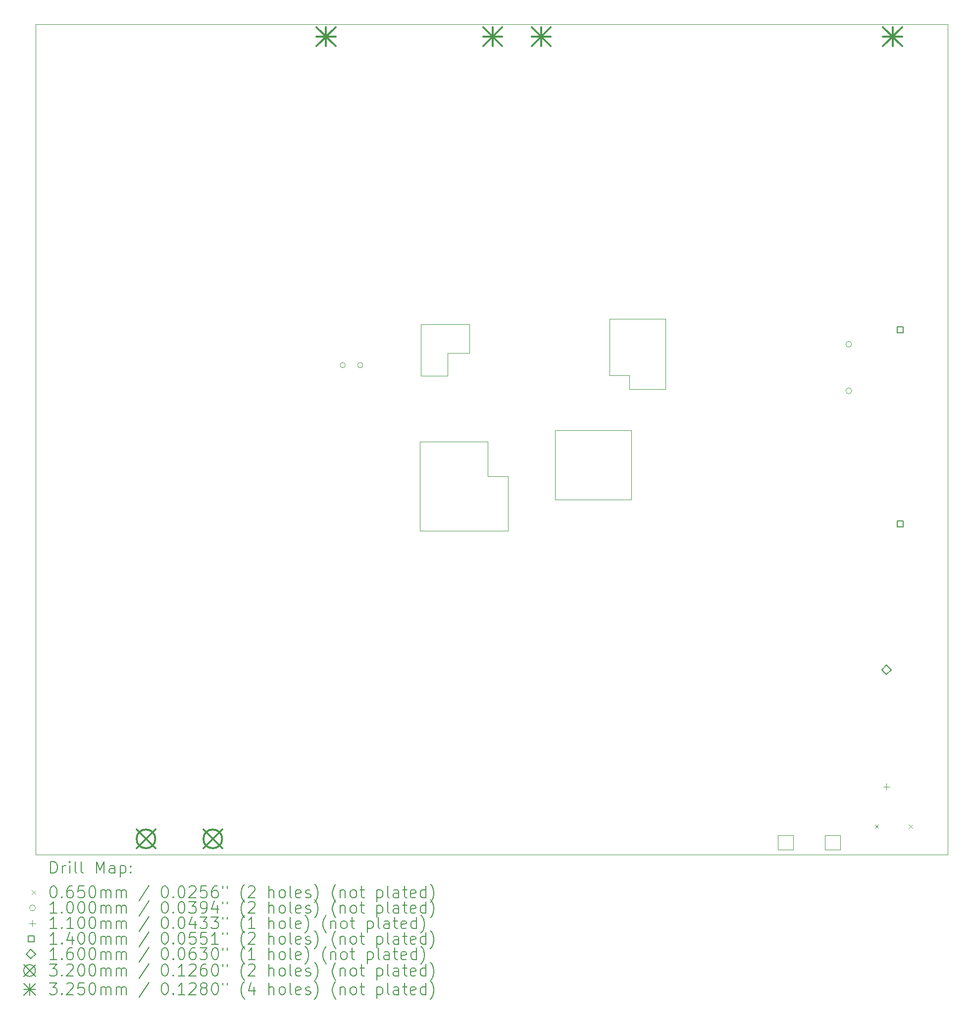
<source format=gbr>
%TF.GenerationSoftware,KiCad,Pcbnew,8.0.0-rc1*%
%TF.CreationDate,2025-03-26T09:49:16+03:00*%
%TF.ProjectId,Movita_3566_HXV_Router_V4.1,4d6f7669-7461-45f3-9335-36365f485856,REV1*%
%TF.SameCoordinates,Original*%
%TF.FileFunction,Drillmap*%
%TF.FilePolarity,Positive*%
%FSLAX45Y45*%
G04 Gerber Fmt 4.5, Leading zero omitted, Abs format (unit mm)*
G04 Created by KiCad (PCBNEW 8.0.0-rc1) date 2025-03-26 09:49:16*
%MOMM*%
%LPD*%
G01*
G04 APERTURE LIST*
%ADD10C,0.050000*%
%ADD11C,0.020000*%
%ADD12C,0.200000*%
%ADD13C,0.100000*%
%ADD14C,0.110000*%
%ADD15C,0.140000*%
%ADD16C,0.160000*%
%ADD17C,0.320000*%
%ADD18C,0.325000*%
G04 APERTURE END LIST*
D10*
X4747000Y-2555000D02*
X20347000Y-2555000D01*
X20347000Y-16755000D01*
X4747000Y-16755000D01*
X4747000Y-2555000D01*
X17704000Y-16419000D02*
X17444000Y-16419000D01*
X17444000Y-16669000D01*
X17704000Y-16669000D01*
X17704000Y-16419000D01*
X18244000Y-16419000D02*
X18504000Y-16419000D01*
X18504000Y-16669000D01*
X18244000Y-16669000D01*
X18244000Y-16419000D01*
X11319220Y-9692959D02*
X12481449Y-9692959D01*
X11319220Y-11214780D02*
X11319220Y-9692959D01*
X11319220Y-11214780D02*
X12823816Y-11214780D01*
X11334570Y-7685520D02*
X11334570Y-8562332D01*
X11334570Y-7685520D02*
X12167542Y-7685520D01*
X11334570Y-8562332D02*
X11791361Y-8562332D01*
X11791361Y-8178373D02*
X12167542Y-8178373D01*
X11791361Y-8562332D02*
X11791361Y-8178373D01*
X12167542Y-8178373D02*
X12167542Y-7685520D01*
X12481449Y-9692959D02*
X12481449Y-10286476D01*
X12481449Y-10286476D02*
X12823816Y-10286476D01*
X12823816Y-11214780D02*
X12823816Y-10286476D01*
X14560403Y-7587845D02*
X14560403Y-8559410D01*
X14560403Y-8559410D02*
X14900636Y-8559410D01*
X14900636Y-8559410D02*
X14900636Y-8795584D01*
X14900636Y-8795584D02*
X15518533Y-8795584D01*
X15518533Y-7587845D02*
X14560403Y-7587845D01*
X15518533Y-7587845D02*
X15518533Y-8795584D01*
X13628419Y-10682942D02*
X14937981Y-10682942D01*
X14937981Y-9496472D01*
X13628419Y-9496472D01*
X13628419Y-10682942D01*
D11*
X10043000Y-8383000D02*
G75*
G02*
X9953000Y-8383000I-45000J0D01*
G01*
X9953000Y-8383000D02*
G75*
G02*
X10043000Y-8383000I45000J0D01*
G01*
X10343000Y-8383000D02*
G75*
G02*
X10253000Y-8383000I-45000J0D01*
G01*
X10253000Y-8383000D02*
G75*
G02*
X10343000Y-8383000I45000J0D01*
G01*
D12*
D13*
X19097500Y-16236500D02*
X19162500Y-16301500D01*
X19162500Y-16236500D02*
X19097500Y-16301500D01*
X19675500Y-16236500D02*
X19740500Y-16301500D01*
X19740500Y-16236500D02*
X19675500Y-16301500D01*
X18701000Y-8024000D02*
G75*
G02*
X18601000Y-8024000I-50000J0D01*
G01*
X18601000Y-8024000D02*
G75*
G02*
X18701000Y-8024000I50000J0D01*
G01*
X18701000Y-8822000D02*
G75*
G02*
X18601000Y-8822000I-50000J0D01*
G01*
X18601000Y-8822000D02*
G75*
G02*
X18701000Y-8822000I50000J0D01*
G01*
D14*
X19296500Y-15536000D02*
X19296500Y-15646000D01*
X19241500Y-15591000D02*
X19351500Y-15591000D01*
D15*
X19581256Y-7826998D02*
X19581256Y-7728002D01*
X19482260Y-7728002D01*
X19482260Y-7826998D01*
X19581256Y-7826998D01*
X19581256Y-11145998D02*
X19581256Y-11047002D01*
X19482260Y-11047002D01*
X19482260Y-11145998D01*
X19581256Y-11145998D01*
D16*
X19296500Y-13671000D02*
X19376500Y-13591000D01*
X19296500Y-13511000D01*
X19216500Y-13591000D01*
X19296500Y-13671000D01*
D17*
X6474500Y-16322750D02*
X6794500Y-16642750D01*
X6794500Y-16322750D02*
X6474500Y-16642750D01*
X6794500Y-16482750D02*
G75*
G02*
X6474500Y-16482750I-160000J0D01*
G01*
X6474500Y-16482750D02*
G75*
G02*
X6794500Y-16482750I160000J0D01*
G01*
X7617500Y-16322750D02*
X7937500Y-16642750D01*
X7937500Y-16322750D02*
X7617500Y-16642750D01*
X7937500Y-16482750D02*
G75*
G02*
X7617500Y-16482750I-160000J0D01*
G01*
X7617500Y-16482750D02*
G75*
G02*
X7937500Y-16482750I160000J0D01*
G01*
D18*
X9550500Y-2604500D02*
X9875500Y-2929500D01*
X9875500Y-2604500D02*
X9550500Y-2929500D01*
X9713000Y-2604500D02*
X9713000Y-2929500D01*
X9550500Y-2767000D02*
X9875500Y-2767000D01*
X12400500Y-2604500D02*
X12725500Y-2929500D01*
X12725500Y-2604500D02*
X12400500Y-2929500D01*
X12563000Y-2604500D02*
X12563000Y-2929500D01*
X12400500Y-2767000D02*
X12725500Y-2767000D01*
X13229000Y-2604500D02*
X13554000Y-2929500D01*
X13554000Y-2604500D02*
X13229000Y-2929500D01*
X13391500Y-2604500D02*
X13391500Y-2929500D01*
X13229000Y-2767000D02*
X13554000Y-2767000D01*
X19239000Y-2604500D02*
X19564000Y-2929500D01*
X19564000Y-2604500D02*
X19239000Y-2929500D01*
X19401500Y-2604500D02*
X19401500Y-2929500D01*
X19239000Y-2767000D02*
X19564000Y-2767000D01*
D12*
X5005277Y-17068984D02*
X5005277Y-16868984D01*
X5005277Y-16868984D02*
X5052896Y-16868984D01*
X5052896Y-16868984D02*
X5081467Y-16878508D01*
X5081467Y-16878508D02*
X5100515Y-16897555D01*
X5100515Y-16897555D02*
X5110039Y-16916603D01*
X5110039Y-16916603D02*
X5119563Y-16954698D01*
X5119563Y-16954698D02*
X5119563Y-16983270D01*
X5119563Y-16983270D02*
X5110039Y-17021365D01*
X5110039Y-17021365D02*
X5100515Y-17040412D01*
X5100515Y-17040412D02*
X5081467Y-17059460D01*
X5081467Y-17059460D02*
X5052896Y-17068984D01*
X5052896Y-17068984D02*
X5005277Y-17068984D01*
X5205277Y-17068984D02*
X5205277Y-16935650D01*
X5205277Y-16973746D02*
X5214801Y-16954698D01*
X5214801Y-16954698D02*
X5224324Y-16945174D01*
X5224324Y-16945174D02*
X5243372Y-16935650D01*
X5243372Y-16935650D02*
X5262420Y-16935650D01*
X5329086Y-17068984D02*
X5329086Y-16935650D01*
X5329086Y-16868984D02*
X5319563Y-16878508D01*
X5319563Y-16878508D02*
X5329086Y-16888031D01*
X5329086Y-16888031D02*
X5338610Y-16878508D01*
X5338610Y-16878508D02*
X5329086Y-16868984D01*
X5329086Y-16868984D02*
X5329086Y-16888031D01*
X5452896Y-17068984D02*
X5433848Y-17059460D01*
X5433848Y-17059460D02*
X5424324Y-17040412D01*
X5424324Y-17040412D02*
X5424324Y-16868984D01*
X5557658Y-17068984D02*
X5538610Y-17059460D01*
X5538610Y-17059460D02*
X5529086Y-17040412D01*
X5529086Y-17040412D02*
X5529086Y-16868984D01*
X5786229Y-17068984D02*
X5786229Y-16868984D01*
X5786229Y-16868984D02*
X5852896Y-17011841D01*
X5852896Y-17011841D02*
X5919562Y-16868984D01*
X5919562Y-16868984D02*
X5919562Y-17068984D01*
X6100515Y-17068984D02*
X6100515Y-16964222D01*
X6100515Y-16964222D02*
X6090991Y-16945174D01*
X6090991Y-16945174D02*
X6071943Y-16935650D01*
X6071943Y-16935650D02*
X6033848Y-16935650D01*
X6033848Y-16935650D02*
X6014801Y-16945174D01*
X6100515Y-17059460D02*
X6081467Y-17068984D01*
X6081467Y-17068984D02*
X6033848Y-17068984D01*
X6033848Y-17068984D02*
X6014801Y-17059460D01*
X6014801Y-17059460D02*
X6005277Y-17040412D01*
X6005277Y-17040412D02*
X6005277Y-17021365D01*
X6005277Y-17021365D02*
X6014801Y-17002317D01*
X6014801Y-17002317D02*
X6033848Y-16992793D01*
X6033848Y-16992793D02*
X6081467Y-16992793D01*
X6081467Y-16992793D02*
X6100515Y-16983270D01*
X6195753Y-16935650D02*
X6195753Y-17135650D01*
X6195753Y-16945174D02*
X6214801Y-16935650D01*
X6214801Y-16935650D02*
X6252896Y-16935650D01*
X6252896Y-16935650D02*
X6271943Y-16945174D01*
X6271943Y-16945174D02*
X6281467Y-16954698D01*
X6281467Y-16954698D02*
X6290991Y-16973746D01*
X6290991Y-16973746D02*
X6290991Y-17030889D01*
X6290991Y-17030889D02*
X6281467Y-17049936D01*
X6281467Y-17049936D02*
X6271943Y-17059460D01*
X6271943Y-17059460D02*
X6252896Y-17068984D01*
X6252896Y-17068984D02*
X6214801Y-17068984D01*
X6214801Y-17068984D02*
X6195753Y-17059460D01*
X6376705Y-17049936D02*
X6386229Y-17059460D01*
X6386229Y-17059460D02*
X6376705Y-17068984D01*
X6376705Y-17068984D02*
X6367182Y-17059460D01*
X6367182Y-17059460D02*
X6376705Y-17049936D01*
X6376705Y-17049936D02*
X6376705Y-17068984D01*
X6376705Y-16945174D02*
X6386229Y-16954698D01*
X6386229Y-16954698D02*
X6376705Y-16964222D01*
X6376705Y-16964222D02*
X6367182Y-16954698D01*
X6367182Y-16954698D02*
X6376705Y-16945174D01*
X6376705Y-16945174D02*
X6376705Y-16964222D01*
D13*
X4679500Y-17365000D02*
X4744500Y-17430000D01*
X4744500Y-17365000D02*
X4679500Y-17430000D01*
D12*
X5043372Y-17288984D02*
X5062420Y-17288984D01*
X5062420Y-17288984D02*
X5081467Y-17298508D01*
X5081467Y-17298508D02*
X5090991Y-17308031D01*
X5090991Y-17308031D02*
X5100515Y-17327079D01*
X5100515Y-17327079D02*
X5110039Y-17365174D01*
X5110039Y-17365174D02*
X5110039Y-17412793D01*
X5110039Y-17412793D02*
X5100515Y-17450889D01*
X5100515Y-17450889D02*
X5090991Y-17469936D01*
X5090991Y-17469936D02*
X5081467Y-17479460D01*
X5081467Y-17479460D02*
X5062420Y-17488984D01*
X5062420Y-17488984D02*
X5043372Y-17488984D01*
X5043372Y-17488984D02*
X5024324Y-17479460D01*
X5024324Y-17479460D02*
X5014801Y-17469936D01*
X5014801Y-17469936D02*
X5005277Y-17450889D01*
X5005277Y-17450889D02*
X4995753Y-17412793D01*
X4995753Y-17412793D02*
X4995753Y-17365174D01*
X4995753Y-17365174D02*
X5005277Y-17327079D01*
X5005277Y-17327079D02*
X5014801Y-17308031D01*
X5014801Y-17308031D02*
X5024324Y-17298508D01*
X5024324Y-17298508D02*
X5043372Y-17288984D01*
X5195753Y-17469936D02*
X5205277Y-17479460D01*
X5205277Y-17479460D02*
X5195753Y-17488984D01*
X5195753Y-17488984D02*
X5186229Y-17479460D01*
X5186229Y-17479460D02*
X5195753Y-17469936D01*
X5195753Y-17469936D02*
X5195753Y-17488984D01*
X5376705Y-17288984D02*
X5338610Y-17288984D01*
X5338610Y-17288984D02*
X5319563Y-17298508D01*
X5319563Y-17298508D02*
X5310039Y-17308031D01*
X5310039Y-17308031D02*
X5290991Y-17336603D01*
X5290991Y-17336603D02*
X5281467Y-17374698D01*
X5281467Y-17374698D02*
X5281467Y-17450889D01*
X5281467Y-17450889D02*
X5290991Y-17469936D01*
X5290991Y-17469936D02*
X5300515Y-17479460D01*
X5300515Y-17479460D02*
X5319563Y-17488984D01*
X5319563Y-17488984D02*
X5357658Y-17488984D01*
X5357658Y-17488984D02*
X5376705Y-17479460D01*
X5376705Y-17479460D02*
X5386229Y-17469936D01*
X5386229Y-17469936D02*
X5395753Y-17450889D01*
X5395753Y-17450889D02*
X5395753Y-17403270D01*
X5395753Y-17403270D02*
X5386229Y-17384222D01*
X5386229Y-17384222D02*
X5376705Y-17374698D01*
X5376705Y-17374698D02*
X5357658Y-17365174D01*
X5357658Y-17365174D02*
X5319563Y-17365174D01*
X5319563Y-17365174D02*
X5300515Y-17374698D01*
X5300515Y-17374698D02*
X5290991Y-17384222D01*
X5290991Y-17384222D02*
X5281467Y-17403270D01*
X5576705Y-17288984D02*
X5481467Y-17288984D01*
X5481467Y-17288984D02*
X5471944Y-17384222D01*
X5471944Y-17384222D02*
X5481467Y-17374698D01*
X5481467Y-17374698D02*
X5500515Y-17365174D01*
X5500515Y-17365174D02*
X5548134Y-17365174D01*
X5548134Y-17365174D02*
X5567182Y-17374698D01*
X5567182Y-17374698D02*
X5576705Y-17384222D01*
X5576705Y-17384222D02*
X5586229Y-17403270D01*
X5586229Y-17403270D02*
X5586229Y-17450889D01*
X5586229Y-17450889D02*
X5576705Y-17469936D01*
X5576705Y-17469936D02*
X5567182Y-17479460D01*
X5567182Y-17479460D02*
X5548134Y-17488984D01*
X5548134Y-17488984D02*
X5500515Y-17488984D01*
X5500515Y-17488984D02*
X5481467Y-17479460D01*
X5481467Y-17479460D02*
X5471944Y-17469936D01*
X5710039Y-17288984D02*
X5729086Y-17288984D01*
X5729086Y-17288984D02*
X5748134Y-17298508D01*
X5748134Y-17298508D02*
X5757658Y-17308031D01*
X5757658Y-17308031D02*
X5767182Y-17327079D01*
X5767182Y-17327079D02*
X5776705Y-17365174D01*
X5776705Y-17365174D02*
X5776705Y-17412793D01*
X5776705Y-17412793D02*
X5767182Y-17450889D01*
X5767182Y-17450889D02*
X5757658Y-17469936D01*
X5757658Y-17469936D02*
X5748134Y-17479460D01*
X5748134Y-17479460D02*
X5729086Y-17488984D01*
X5729086Y-17488984D02*
X5710039Y-17488984D01*
X5710039Y-17488984D02*
X5690991Y-17479460D01*
X5690991Y-17479460D02*
X5681467Y-17469936D01*
X5681467Y-17469936D02*
X5671943Y-17450889D01*
X5671943Y-17450889D02*
X5662420Y-17412793D01*
X5662420Y-17412793D02*
X5662420Y-17365174D01*
X5662420Y-17365174D02*
X5671943Y-17327079D01*
X5671943Y-17327079D02*
X5681467Y-17308031D01*
X5681467Y-17308031D02*
X5690991Y-17298508D01*
X5690991Y-17298508D02*
X5710039Y-17288984D01*
X5862420Y-17488984D02*
X5862420Y-17355650D01*
X5862420Y-17374698D02*
X5871943Y-17365174D01*
X5871943Y-17365174D02*
X5890991Y-17355650D01*
X5890991Y-17355650D02*
X5919563Y-17355650D01*
X5919563Y-17355650D02*
X5938610Y-17365174D01*
X5938610Y-17365174D02*
X5948134Y-17384222D01*
X5948134Y-17384222D02*
X5948134Y-17488984D01*
X5948134Y-17384222D02*
X5957658Y-17365174D01*
X5957658Y-17365174D02*
X5976705Y-17355650D01*
X5976705Y-17355650D02*
X6005277Y-17355650D01*
X6005277Y-17355650D02*
X6024324Y-17365174D01*
X6024324Y-17365174D02*
X6033848Y-17384222D01*
X6033848Y-17384222D02*
X6033848Y-17488984D01*
X6129086Y-17488984D02*
X6129086Y-17355650D01*
X6129086Y-17374698D02*
X6138610Y-17365174D01*
X6138610Y-17365174D02*
X6157658Y-17355650D01*
X6157658Y-17355650D02*
X6186229Y-17355650D01*
X6186229Y-17355650D02*
X6205277Y-17365174D01*
X6205277Y-17365174D02*
X6214801Y-17384222D01*
X6214801Y-17384222D02*
X6214801Y-17488984D01*
X6214801Y-17384222D02*
X6224324Y-17365174D01*
X6224324Y-17365174D02*
X6243372Y-17355650D01*
X6243372Y-17355650D02*
X6271943Y-17355650D01*
X6271943Y-17355650D02*
X6290991Y-17365174D01*
X6290991Y-17365174D02*
X6300515Y-17384222D01*
X6300515Y-17384222D02*
X6300515Y-17488984D01*
X6690991Y-17279460D02*
X6519563Y-17536603D01*
X6948134Y-17288984D02*
X6967182Y-17288984D01*
X6967182Y-17288984D02*
X6986229Y-17298508D01*
X6986229Y-17298508D02*
X6995753Y-17308031D01*
X6995753Y-17308031D02*
X7005277Y-17327079D01*
X7005277Y-17327079D02*
X7014801Y-17365174D01*
X7014801Y-17365174D02*
X7014801Y-17412793D01*
X7014801Y-17412793D02*
X7005277Y-17450889D01*
X7005277Y-17450889D02*
X6995753Y-17469936D01*
X6995753Y-17469936D02*
X6986229Y-17479460D01*
X6986229Y-17479460D02*
X6967182Y-17488984D01*
X6967182Y-17488984D02*
X6948134Y-17488984D01*
X6948134Y-17488984D02*
X6929086Y-17479460D01*
X6929086Y-17479460D02*
X6919563Y-17469936D01*
X6919563Y-17469936D02*
X6910039Y-17450889D01*
X6910039Y-17450889D02*
X6900515Y-17412793D01*
X6900515Y-17412793D02*
X6900515Y-17365174D01*
X6900515Y-17365174D02*
X6910039Y-17327079D01*
X6910039Y-17327079D02*
X6919563Y-17308031D01*
X6919563Y-17308031D02*
X6929086Y-17298508D01*
X6929086Y-17298508D02*
X6948134Y-17288984D01*
X7100515Y-17469936D02*
X7110039Y-17479460D01*
X7110039Y-17479460D02*
X7100515Y-17488984D01*
X7100515Y-17488984D02*
X7090991Y-17479460D01*
X7090991Y-17479460D02*
X7100515Y-17469936D01*
X7100515Y-17469936D02*
X7100515Y-17488984D01*
X7233848Y-17288984D02*
X7252896Y-17288984D01*
X7252896Y-17288984D02*
X7271944Y-17298508D01*
X7271944Y-17298508D02*
X7281467Y-17308031D01*
X7281467Y-17308031D02*
X7290991Y-17327079D01*
X7290991Y-17327079D02*
X7300515Y-17365174D01*
X7300515Y-17365174D02*
X7300515Y-17412793D01*
X7300515Y-17412793D02*
X7290991Y-17450889D01*
X7290991Y-17450889D02*
X7281467Y-17469936D01*
X7281467Y-17469936D02*
X7271944Y-17479460D01*
X7271944Y-17479460D02*
X7252896Y-17488984D01*
X7252896Y-17488984D02*
X7233848Y-17488984D01*
X7233848Y-17488984D02*
X7214801Y-17479460D01*
X7214801Y-17479460D02*
X7205277Y-17469936D01*
X7205277Y-17469936D02*
X7195753Y-17450889D01*
X7195753Y-17450889D02*
X7186229Y-17412793D01*
X7186229Y-17412793D02*
X7186229Y-17365174D01*
X7186229Y-17365174D02*
X7195753Y-17327079D01*
X7195753Y-17327079D02*
X7205277Y-17308031D01*
X7205277Y-17308031D02*
X7214801Y-17298508D01*
X7214801Y-17298508D02*
X7233848Y-17288984D01*
X7376706Y-17308031D02*
X7386229Y-17298508D01*
X7386229Y-17298508D02*
X7405277Y-17288984D01*
X7405277Y-17288984D02*
X7452896Y-17288984D01*
X7452896Y-17288984D02*
X7471944Y-17298508D01*
X7471944Y-17298508D02*
X7481467Y-17308031D01*
X7481467Y-17308031D02*
X7490991Y-17327079D01*
X7490991Y-17327079D02*
X7490991Y-17346127D01*
X7490991Y-17346127D02*
X7481467Y-17374698D01*
X7481467Y-17374698D02*
X7367182Y-17488984D01*
X7367182Y-17488984D02*
X7490991Y-17488984D01*
X7671944Y-17288984D02*
X7576706Y-17288984D01*
X7576706Y-17288984D02*
X7567182Y-17384222D01*
X7567182Y-17384222D02*
X7576706Y-17374698D01*
X7576706Y-17374698D02*
X7595753Y-17365174D01*
X7595753Y-17365174D02*
X7643372Y-17365174D01*
X7643372Y-17365174D02*
X7662420Y-17374698D01*
X7662420Y-17374698D02*
X7671944Y-17384222D01*
X7671944Y-17384222D02*
X7681467Y-17403270D01*
X7681467Y-17403270D02*
X7681467Y-17450889D01*
X7681467Y-17450889D02*
X7671944Y-17469936D01*
X7671944Y-17469936D02*
X7662420Y-17479460D01*
X7662420Y-17479460D02*
X7643372Y-17488984D01*
X7643372Y-17488984D02*
X7595753Y-17488984D01*
X7595753Y-17488984D02*
X7576706Y-17479460D01*
X7576706Y-17479460D02*
X7567182Y-17469936D01*
X7852896Y-17288984D02*
X7814801Y-17288984D01*
X7814801Y-17288984D02*
X7795753Y-17298508D01*
X7795753Y-17298508D02*
X7786229Y-17308031D01*
X7786229Y-17308031D02*
X7767182Y-17336603D01*
X7767182Y-17336603D02*
X7757658Y-17374698D01*
X7757658Y-17374698D02*
X7757658Y-17450889D01*
X7757658Y-17450889D02*
X7767182Y-17469936D01*
X7767182Y-17469936D02*
X7776706Y-17479460D01*
X7776706Y-17479460D02*
X7795753Y-17488984D01*
X7795753Y-17488984D02*
X7833848Y-17488984D01*
X7833848Y-17488984D02*
X7852896Y-17479460D01*
X7852896Y-17479460D02*
X7862420Y-17469936D01*
X7862420Y-17469936D02*
X7871944Y-17450889D01*
X7871944Y-17450889D02*
X7871944Y-17403270D01*
X7871944Y-17403270D02*
X7862420Y-17384222D01*
X7862420Y-17384222D02*
X7852896Y-17374698D01*
X7852896Y-17374698D02*
X7833848Y-17365174D01*
X7833848Y-17365174D02*
X7795753Y-17365174D01*
X7795753Y-17365174D02*
X7776706Y-17374698D01*
X7776706Y-17374698D02*
X7767182Y-17384222D01*
X7767182Y-17384222D02*
X7757658Y-17403270D01*
X7948134Y-17288984D02*
X7948134Y-17327079D01*
X8024325Y-17288984D02*
X8024325Y-17327079D01*
X8319563Y-17565174D02*
X8310039Y-17555650D01*
X8310039Y-17555650D02*
X8290991Y-17527079D01*
X8290991Y-17527079D02*
X8281468Y-17508031D01*
X8281468Y-17508031D02*
X8271944Y-17479460D01*
X8271944Y-17479460D02*
X8262420Y-17431841D01*
X8262420Y-17431841D02*
X8262420Y-17393746D01*
X8262420Y-17393746D02*
X8271944Y-17346127D01*
X8271944Y-17346127D02*
X8281468Y-17317555D01*
X8281468Y-17317555D02*
X8290991Y-17298508D01*
X8290991Y-17298508D02*
X8310039Y-17269936D01*
X8310039Y-17269936D02*
X8319563Y-17260412D01*
X8386229Y-17308031D02*
X8395753Y-17298508D01*
X8395753Y-17298508D02*
X8414801Y-17288984D01*
X8414801Y-17288984D02*
X8462420Y-17288984D01*
X8462420Y-17288984D02*
X8481468Y-17298508D01*
X8481468Y-17298508D02*
X8490991Y-17308031D01*
X8490991Y-17308031D02*
X8500515Y-17327079D01*
X8500515Y-17327079D02*
X8500515Y-17346127D01*
X8500515Y-17346127D02*
X8490991Y-17374698D01*
X8490991Y-17374698D02*
X8376706Y-17488984D01*
X8376706Y-17488984D02*
X8500515Y-17488984D01*
X8738611Y-17488984D02*
X8738611Y-17288984D01*
X8824325Y-17488984D02*
X8824325Y-17384222D01*
X8824325Y-17384222D02*
X8814801Y-17365174D01*
X8814801Y-17365174D02*
X8795753Y-17355650D01*
X8795753Y-17355650D02*
X8767182Y-17355650D01*
X8767182Y-17355650D02*
X8748134Y-17365174D01*
X8748134Y-17365174D02*
X8738611Y-17374698D01*
X8948134Y-17488984D02*
X8929087Y-17479460D01*
X8929087Y-17479460D02*
X8919563Y-17469936D01*
X8919563Y-17469936D02*
X8910039Y-17450889D01*
X8910039Y-17450889D02*
X8910039Y-17393746D01*
X8910039Y-17393746D02*
X8919563Y-17374698D01*
X8919563Y-17374698D02*
X8929087Y-17365174D01*
X8929087Y-17365174D02*
X8948134Y-17355650D01*
X8948134Y-17355650D02*
X8976706Y-17355650D01*
X8976706Y-17355650D02*
X8995753Y-17365174D01*
X8995753Y-17365174D02*
X9005277Y-17374698D01*
X9005277Y-17374698D02*
X9014801Y-17393746D01*
X9014801Y-17393746D02*
X9014801Y-17450889D01*
X9014801Y-17450889D02*
X9005277Y-17469936D01*
X9005277Y-17469936D02*
X8995753Y-17479460D01*
X8995753Y-17479460D02*
X8976706Y-17488984D01*
X8976706Y-17488984D02*
X8948134Y-17488984D01*
X9129087Y-17488984D02*
X9110039Y-17479460D01*
X9110039Y-17479460D02*
X9100515Y-17460412D01*
X9100515Y-17460412D02*
X9100515Y-17288984D01*
X9281468Y-17479460D02*
X9262420Y-17488984D01*
X9262420Y-17488984D02*
X9224325Y-17488984D01*
X9224325Y-17488984D02*
X9205277Y-17479460D01*
X9205277Y-17479460D02*
X9195753Y-17460412D01*
X9195753Y-17460412D02*
X9195753Y-17384222D01*
X9195753Y-17384222D02*
X9205277Y-17365174D01*
X9205277Y-17365174D02*
X9224325Y-17355650D01*
X9224325Y-17355650D02*
X9262420Y-17355650D01*
X9262420Y-17355650D02*
X9281468Y-17365174D01*
X9281468Y-17365174D02*
X9290992Y-17384222D01*
X9290992Y-17384222D02*
X9290992Y-17403270D01*
X9290992Y-17403270D02*
X9195753Y-17422317D01*
X9367182Y-17479460D02*
X9386230Y-17488984D01*
X9386230Y-17488984D02*
X9424325Y-17488984D01*
X9424325Y-17488984D02*
X9443373Y-17479460D01*
X9443373Y-17479460D02*
X9452896Y-17460412D01*
X9452896Y-17460412D02*
X9452896Y-17450889D01*
X9452896Y-17450889D02*
X9443373Y-17431841D01*
X9443373Y-17431841D02*
X9424325Y-17422317D01*
X9424325Y-17422317D02*
X9395753Y-17422317D01*
X9395753Y-17422317D02*
X9376706Y-17412793D01*
X9376706Y-17412793D02*
X9367182Y-17393746D01*
X9367182Y-17393746D02*
X9367182Y-17384222D01*
X9367182Y-17384222D02*
X9376706Y-17365174D01*
X9376706Y-17365174D02*
X9395753Y-17355650D01*
X9395753Y-17355650D02*
X9424325Y-17355650D01*
X9424325Y-17355650D02*
X9443373Y-17365174D01*
X9519563Y-17565174D02*
X9529087Y-17555650D01*
X9529087Y-17555650D02*
X9548134Y-17527079D01*
X9548134Y-17527079D02*
X9557658Y-17508031D01*
X9557658Y-17508031D02*
X9567182Y-17479460D01*
X9567182Y-17479460D02*
X9576706Y-17431841D01*
X9576706Y-17431841D02*
X9576706Y-17393746D01*
X9576706Y-17393746D02*
X9567182Y-17346127D01*
X9567182Y-17346127D02*
X9557658Y-17317555D01*
X9557658Y-17317555D02*
X9548134Y-17298508D01*
X9548134Y-17298508D02*
X9529087Y-17269936D01*
X9529087Y-17269936D02*
X9519563Y-17260412D01*
X9881468Y-17565174D02*
X9871944Y-17555650D01*
X9871944Y-17555650D02*
X9852896Y-17527079D01*
X9852896Y-17527079D02*
X9843373Y-17508031D01*
X9843373Y-17508031D02*
X9833849Y-17479460D01*
X9833849Y-17479460D02*
X9824325Y-17431841D01*
X9824325Y-17431841D02*
X9824325Y-17393746D01*
X9824325Y-17393746D02*
X9833849Y-17346127D01*
X9833849Y-17346127D02*
X9843373Y-17317555D01*
X9843373Y-17317555D02*
X9852896Y-17298508D01*
X9852896Y-17298508D02*
X9871944Y-17269936D01*
X9871944Y-17269936D02*
X9881468Y-17260412D01*
X9957658Y-17355650D02*
X9957658Y-17488984D01*
X9957658Y-17374698D02*
X9967182Y-17365174D01*
X9967182Y-17365174D02*
X9986230Y-17355650D01*
X9986230Y-17355650D02*
X10014801Y-17355650D01*
X10014801Y-17355650D02*
X10033849Y-17365174D01*
X10033849Y-17365174D02*
X10043373Y-17384222D01*
X10043373Y-17384222D02*
X10043373Y-17488984D01*
X10167182Y-17488984D02*
X10148134Y-17479460D01*
X10148134Y-17479460D02*
X10138611Y-17469936D01*
X10138611Y-17469936D02*
X10129087Y-17450889D01*
X10129087Y-17450889D02*
X10129087Y-17393746D01*
X10129087Y-17393746D02*
X10138611Y-17374698D01*
X10138611Y-17374698D02*
X10148134Y-17365174D01*
X10148134Y-17365174D02*
X10167182Y-17355650D01*
X10167182Y-17355650D02*
X10195754Y-17355650D01*
X10195754Y-17355650D02*
X10214801Y-17365174D01*
X10214801Y-17365174D02*
X10224325Y-17374698D01*
X10224325Y-17374698D02*
X10233849Y-17393746D01*
X10233849Y-17393746D02*
X10233849Y-17450889D01*
X10233849Y-17450889D02*
X10224325Y-17469936D01*
X10224325Y-17469936D02*
X10214801Y-17479460D01*
X10214801Y-17479460D02*
X10195754Y-17488984D01*
X10195754Y-17488984D02*
X10167182Y-17488984D01*
X10290992Y-17355650D02*
X10367182Y-17355650D01*
X10319563Y-17288984D02*
X10319563Y-17460412D01*
X10319563Y-17460412D02*
X10329087Y-17479460D01*
X10329087Y-17479460D02*
X10348134Y-17488984D01*
X10348134Y-17488984D02*
X10367182Y-17488984D01*
X10586230Y-17355650D02*
X10586230Y-17555650D01*
X10586230Y-17365174D02*
X10605277Y-17355650D01*
X10605277Y-17355650D02*
X10643373Y-17355650D01*
X10643373Y-17355650D02*
X10662420Y-17365174D01*
X10662420Y-17365174D02*
X10671944Y-17374698D01*
X10671944Y-17374698D02*
X10681468Y-17393746D01*
X10681468Y-17393746D02*
X10681468Y-17450889D01*
X10681468Y-17450889D02*
X10671944Y-17469936D01*
X10671944Y-17469936D02*
X10662420Y-17479460D01*
X10662420Y-17479460D02*
X10643373Y-17488984D01*
X10643373Y-17488984D02*
X10605277Y-17488984D01*
X10605277Y-17488984D02*
X10586230Y-17479460D01*
X10795754Y-17488984D02*
X10776706Y-17479460D01*
X10776706Y-17479460D02*
X10767182Y-17460412D01*
X10767182Y-17460412D02*
X10767182Y-17288984D01*
X10957658Y-17488984D02*
X10957658Y-17384222D01*
X10957658Y-17384222D02*
X10948135Y-17365174D01*
X10948135Y-17365174D02*
X10929087Y-17355650D01*
X10929087Y-17355650D02*
X10890992Y-17355650D01*
X10890992Y-17355650D02*
X10871944Y-17365174D01*
X10957658Y-17479460D02*
X10938611Y-17488984D01*
X10938611Y-17488984D02*
X10890992Y-17488984D01*
X10890992Y-17488984D02*
X10871944Y-17479460D01*
X10871944Y-17479460D02*
X10862420Y-17460412D01*
X10862420Y-17460412D02*
X10862420Y-17441365D01*
X10862420Y-17441365D02*
X10871944Y-17422317D01*
X10871944Y-17422317D02*
X10890992Y-17412793D01*
X10890992Y-17412793D02*
X10938611Y-17412793D01*
X10938611Y-17412793D02*
X10957658Y-17403270D01*
X11024325Y-17355650D02*
X11100515Y-17355650D01*
X11052896Y-17288984D02*
X11052896Y-17460412D01*
X11052896Y-17460412D02*
X11062420Y-17479460D01*
X11062420Y-17479460D02*
X11081468Y-17488984D01*
X11081468Y-17488984D02*
X11100515Y-17488984D01*
X11243373Y-17479460D02*
X11224325Y-17488984D01*
X11224325Y-17488984D02*
X11186230Y-17488984D01*
X11186230Y-17488984D02*
X11167182Y-17479460D01*
X11167182Y-17479460D02*
X11157658Y-17460412D01*
X11157658Y-17460412D02*
X11157658Y-17384222D01*
X11157658Y-17384222D02*
X11167182Y-17365174D01*
X11167182Y-17365174D02*
X11186230Y-17355650D01*
X11186230Y-17355650D02*
X11224325Y-17355650D01*
X11224325Y-17355650D02*
X11243373Y-17365174D01*
X11243373Y-17365174D02*
X11252896Y-17384222D01*
X11252896Y-17384222D02*
X11252896Y-17403270D01*
X11252896Y-17403270D02*
X11157658Y-17422317D01*
X11424325Y-17488984D02*
X11424325Y-17288984D01*
X11424325Y-17479460D02*
X11405277Y-17488984D01*
X11405277Y-17488984D02*
X11367182Y-17488984D01*
X11367182Y-17488984D02*
X11348134Y-17479460D01*
X11348134Y-17479460D02*
X11338611Y-17469936D01*
X11338611Y-17469936D02*
X11329087Y-17450889D01*
X11329087Y-17450889D02*
X11329087Y-17393746D01*
X11329087Y-17393746D02*
X11338611Y-17374698D01*
X11338611Y-17374698D02*
X11348134Y-17365174D01*
X11348134Y-17365174D02*
X11367182Y-17355650D01*
X11367182Y-17355650D02*
X11405277Y-17355650D01*
X11405277Y-17355650D02*
X11424325Y-17365174D01*
X11500515Y-17565174D02*
X11510039Y-17555650D01*
X11510039Y-17555650D02*
X11529087Y-17527079D01*
X11529087Y-17527079D02*
X11538611Y-17508031D01*
X11538611Y-17508031D02*
X11548134Y-17479460D01*
X11548134Y-17479460D02*
X11557658Y-17431841D01*
X11557658Y-17431841D02*
X11557658Y-17393746D01*
X11557658Y-17393746D02*
X11548134Y-17346127D01*
X11548134Y-17346127D02*
X11538611Y-17317555D01*
X11538611Y-17317555D02*
X11529087Y-17298508D01*
X11529087Y-17298508D02*
X11510039Y-17269936D01*
X11510039Y-17269936D02*
X11500515Y-17260412D01*
D13*
X4744500Y-17661500D02*
G75*
G02*
X4644500Y-17661500I-50000J0D01*
G01*
X4644500Y-17661500D02*
G75*
G02*
X4744500Y-17661500I50000J0D01*
G01*
D12*
X5110039Y-17752984D02*
X4995753Y-17752984D01*
X5052896Y-17752984D02*
X5052896Y-17552984D01*
X5052896Y-17552984D02*
X5033848Y-17581555D01*
X5033848Y-17581555D02*
X5014801Y-17600603D01*
X5014801Y-17600603D02*
X4995753Y-17610127D01*
X5195753Y-17733936D02*
X5205277Y-17743460D01*
X5205277Y-17743460D02*
X5195753Y-17752984D01*
X5195753Y-17752984D02*
X5186229Y-17743460D01*
X5186229Y-17743460D02*
X5195753Y-17733936D01*
X5195753Y-17733936D02*
X5195753Y-17752984D01*
X5329086Y-17552984D02*
X5348134Y-17552984D01*
X5348134Y-17552984D02*
X5367182Y-17562508D01*
X5367182Y-17562508D02*
X5376705Y-17572031D01*
X5376705Y-17572031D02*
X5386229Y-17591079D01*
X5386229Y-17591079D02*
X5395753Y-17629174D01*
X5395753Y-17629174D02*
X5395753Y-17676793D01*
X5395753Y-17676793D02*
X5386229Y-17714889D01*
X5386229Y-17714889D02*
X5376705Y-17733936D01*
X5376705Y-17733936D02*
X5367182Y-17743460D01*
X5367182Y-17743460D02*
X5348134Y-17752984D01*
X5348134Y-17752984D02*
X5329086Y-17752984D01*
X5329086Y-17752984D02*
X5310039Y-17743460D01*
X5310039Y-17743460D02*
X5300515Y-17733936D01*
X5300515Y-17733936D02*
X5290991Y-17714889D01*
X5290991Y-17714889D02*
X5281467Y-17676793D01*
X5281467Y-17676793D02*
X5281467Y-17629174D01*
X5281467Y-17629174D02*
X5290991Y-17591079D01*
X5290991Y-17591079D02*
X5300515Y-17572031D01*
X5300515Y-17572031D02*
X5310039Y-17562508D01*
X5310039Y-17562508D02*
X5329086Y-17552984D01*
X5519563Y-17552984D02*
X5538610Y-17552984D01*
X5538610Y-17552984D02*
X5557658Y-17562508D01*
X5557658Y-17562508D02*
X5567182Y-17572031D01*
X5567182Y-17572031D02*
X5576705Y-17591079D01*
X5576705Y-17591079D02*
X5586229Y-17629174D01*
X5586229Y-17629174D02*
X5586229Y-17676793D01*
X5586229Y-17676793D02*
X5576705Y-17714889D01*
X5576705Y-17714889D02*
X5567182Y-17733936D01*
X5567182Y-17733936D02*
X5557658Y-17743460D01*
X5557658Y-17743460D02*
X5538610Y-17752984D01*
X5538610Y-17752984D02*
X5519563Y-17752984D01*
X5519563Y-17752984D02*
X5500515Y-17743460D01*
X5500515Y-17743460D02*
X5490991Y-17733936D01*
X5490991Y-17733936D02*
X5481467Y-17714889D01*
X5481467Y-17714889D02*
X5471944Y-17676793D01*
X5471944Y-17676793D02*
X5471944Y-17629174D01*
X5471944Y-17629174D02*
X5481467Y-17591079D01*
X5481467Y-17591079D02*
X5490991Y-17572031D01*
X5490991Y-17572031D02*
X5500515Y-17562508D01*
X5500515Y-17562508D02*
X5519563Y-17552984D01*
X5710039Y-17552984D02*
X5729086Y-17552984D01*
X5729086Y-17552984D02*
X5748134Y-17562508D01*
X5748134Y-17562508D02*
X5757658Y-17572031D01*
X5757658Y-17572031D02*
X5767182Y-17591079D01*
X5767182Y-17591079D02*
X5776705Y-17629174D01*
X5776705Y-17629174D02*
X5776705Y-17676793D01*
X5776705Y-17676793D02*
X5767182Y-17714889D01*
X5767182Y-17714889D02*
X5757658Y-17733936D01*
X5757658Y-17733936D02*
X5748134Y-17743460D01*
X5748134Y-17743460D02*
X5729086Y-17752984D01*
X5729086Y-17752984D02*
X5710039Y-17752984D01*
X5710039Y-17752984D02*
X5690991Y-17743460D01*
X5690991Y-17743460D02*
X5681467Y-17733936D01*
X5681467Y-17733936D02*
X5671943Y-17714889D01*
X5671943Y-17714889D02*
X5662420Y-17676793D01*
X5662420Y-17676793D02*
X5662420Y-17629174D01*
X5662420Y-17629174D02*
X5671943Y-17591079D01*
X5671943Y-17591079D02*
X5681467Y-17572031D01*
X5681467Y-17572031D02*
X5690991Y-17562508D01*
X5690991Y-17562508D02*
X5710039Y-17552984D01*
X5862420Y-17752984D02*
X5862420Y-17619650D01*
X5862420Y-17638698D02*
X5871943Y-17629174D01*
X5871943Y-17629174D02*
X5890991Y-17619650D01*
X5890991Y-17619650D02*
X5919563Y-17619650D01*
X5919563Y-17619650D02*
X5938610Y-17629174D01*
X5938610Y-17629174D02*
X5948134Y-17648222D01*
X5948134Y-17648222D02*
X5948134Y-17752984D01*
X5948134Y-17648222D02*
X5957658Y-17629174D01*
X5957658Y-17629174D02*
X5976705Y-17619650D01*
X5976705Y-17619650D02*
X6005277Y-17619650D01*
X6005277Y-17619650D02*
X6024324Y-17629174D01*
X6024324Y-17629174D02*
X6033848Y-17648222D01*
X6033848Y-17648222D02*
X6033848Y-17752984D01*
X6129086Y-17752984D02*
X6129086Y-17619650D01*
X6129086Y-17638698D02*
X6138610Y-17629174D01*
X6138610Y-17629174D02*
X6157658Y-17619650D01*
X6157658Y-17619650D02*
X6186229Y-17619650D01*
X6186229Y-17619650D02*
X6205277Y-17629174D01*
X6205277Y-17629174D02*
X6214801Y-17648222D01*
X6214801Y-17648222D02*
X6214801Y-17752984D01*
X6214801Y-17648222D02*
X6224324Y-17629174D01*
X6224324Y-17629174D02*
X6243372Y-17619650D01*
X6243372Y-17619650D02*
X6271943Y-17619650D01*
X6271943Y-17619650D02*
X6290991Y-17629174D01*
X6290991Y-17629174D02*
X6300515Y-17648222D01*
X6300515Y-17648222D02*
X6300515Y-17752984D01*
X6690991Y-17543460D02*
X6519563Y-17800603D01*
X6948134Y-17552984D02*
X6967182Y-17552984D01*
X6967182Y-17552984D02*
X6986229Y-17562508D01*
X6986229Y-17562508D02*
X6995753Y-17572031D01*
X6995753Y-17572031D02*
X7005277Y-17591079D01*
X7005277Y-17591079D02*
X7014801Y-17629174D01*
X7014801Y-17629174D02*
X7014801Y-17676793D01*
X7014801Y-17676793D02*
X7005277Y-17714889D01*
X7005277Y-17714889D02*
X6995753Y-17733936D01*
X6995753Y-17733936D02*
X6986229Y-17743460D01*
X6986229Y-17743460D02*
X6967182Y-17752984D01*
X6967182Y-17752984D02*
X6948134Y-17752984D01*
X6948134Y-17752984D02*
X6929086Y-17743460D01*
X6929086Y-17743460D02*
X6919563Y-17733936D01*
X6919563Y-17733936D02*
X6910039Y-17714889D01*
X6910039Y-17714889D02*
X6900515Y-17676793D01*
X6900515Y-17676793D02*
X6900515Y-17629174D01*
X6900515Y-17629174D02*
X6910039Y-17591079D01*
X6910039Y-17591079D02*
X6919563Y-17572031D01*
X6919563Y-17572031D02*
X6929086Y-17562508D01*
X6929086Y-17562508D02*
X6948134Y-17552984D01*
X7100515Y-17733936D02*
X7110039Y-17743460D01*
X7110039Y-17743460D02*
X7100515Y-17752984D01*
X7100515Y-17752984D02*
X7090991Y-17743460D01*
X7090991Y-17743460D02*
X7100515Y-17733936D01*
X7100515Y-17733936D02*
X7100515Y-17752984D01*
X7233848Y-17552984D02*
X7252896Y-17552984D01*
X7252896Y-17552984D02*
X7271944Y-17562508D01*
X7271944Y-17562508D02*
X7281467Y-17572031D01*
X7281467Y-17572031D02*
X7290991Y-17591079D01*
X7290991Y-17591079D02*
X7300515Y-17629174D01*
X7300515Y-17629174D02*
X7300515Y-17676793D01*
X7300515Y-17676793D02*
X7290991Y-17714889D01*
X7290991Y-17714889D02*
X7281467Y-17733936D01*
X7281467Y-17733936D02*
X7271944Y-17743460D01*
X7271944Y-17743460D02*
X7252896Y-17752984D01*
X7252896Y-17752984D02*
X7233848Y-17752984D01*
X7233848Y-17752984D02*
X7214801Y-17743460D01*
X7214801Y-17743460D02*
X7205277Y-17733936D01*
X7205277Y-17733936D02*
X7195753Y-17714889D01*
X7195753Y-17714889D02*
X7186229Y-17676793D01*
X7186229Y-17676793D02*
X7186229Y-17629174D01*
X7186229Y-17629174D02*
X7195753Y-17591079D01*
X7195753Y-17591079D02*
X7205277Y-17572031D01*
X7205277Y-17572031D02*
X7214801Y-17562508D01*
X7214801Y-17562508D02*
X7233848Y-17552984D01*
X7367182Y-17552984D02*
X7490991Y-17552984D01*
X7490991Y-17552984D02*
X7424325Y-17629174D01*
X7424325Y-17629174D02*
X7452896Y-17629174D01*
X7452896Y-17629174D02*
X7471944Y-17638698D01*
X7471944Y-17638698D02*
X7481467Y-17648222D01*
X7481467Y-17648222D02*
X7490991Y-17667270D01*
X7490991Y-17667270D02*
X7490991Y-17714889D01*
X7490991Y-17714889D02*
X7481467Y-17733936D01*
X7481467Y-17733936D02*
X7471944Y-17743460D01*
X7471944Y-17743460D02*
X7452896Y-17752984D01*
X7452896Y-17752984D02*
X7395753Y-17752984D01*
X7395753Y-17752984D02*
X7376706Y-17743460D01*
X7376706Y-17743460D02*
X7367182Y-17733936D01*
X7586229Y-17752984D02*
X7624325Y-17752984D01*
X7624325Y-17752984D02*
X7643372Y-17743460D01*
X7643372Y-17743460D02*
X7652896Y-17733936D01*
X7652896Y-17733936D02*
X7671944Y-17705365D01*
X7671944Y-17705365D02*
X7681467Y-17667270D01*
X7681467Y-17667270D02*
X7681467Y-17591079D01*
X7681467Y-17591079D02*
X7671944Y-17572031D01*
X7671944Y-17572031D02*
X7662420Y-17562508D01*
X7662420Y-17562508D02*
X7643372Y-17552984D01*
X7643372Y-17552984D02*
X7605277Y-17552984D01*
X7605277Y-17552984D02*
X7586229Y-17562508D01*
X7586229Y-17562508D02*
X7576706Y-17572031D01*
X7576706Y-17572031D02*
X7567182Y-17591079D01*
X7567182Y-17591079D02*
X7567182Y-17638698D01*
X7567182Y-17638698D02*
X7576706Y-17657746D01*
X7576706Y-17657746D02*
X7586229Y-17667270D01*
X7586229Y-17667270D02*
X7605277Y-17676793D01*
X7605277Y-17676793D02*
X7643372Y-17676793D01*
X7643372Y-17676793D02*
X7662420Y-17667270D01*
X7662420Y-17667270D02*
X7671944Y-17657746D01*
X7671944Y-17657746D02*
X7681467Y-17638698D01*
X7852896Y-17619650D02*
X7852896Y-17752984D01*
X7805277Y-17543460D02*
X7757658Y-17686317D01*
X7757658Y-17686317D02*
X7881467Y-17686317D01*
X7948134Y-17552984D02*
X7948134Y-17591079D01*
X8024325Y-17552984D02*
X8024325Y-17591079D01*
X8319563Y-17829174D02*
X8310039Y-17819650D01*
X8310039Y-17819650D02*
X8290991Y-17791079D01*
X8290991Y-17791079D02*
X8281468Y-17772031D01*
X8281468Y-17772031D02*
X8271944Y-17743460D01*
X8271944Y-17743460D02*
X8262420Y-17695841D01*
X8262420Y-17695841D02*
X8262420Y-17657746D01*
X8262420Y-17657746D02*
X8271944Y-17610127D01*
X8271944Y-17610127D02*
X8281468Y-17581555D01*
X8281468Y-17581555D02*
X8290991Y-17562508D01*
X8290991Y-17562508D02*
X8310039Y-17533936D01*
X8310039Y-17533936D02*
X8319563Y-17524412D01*
X8386229Y-17572031D02*
X8395753Y-17562508D01*
X8395753Y-17562508D02*
X8414801Y-17552984D01*
X8414801Y-17552984D02*
X8462420Y-17552984D01*
X8462420Y-17552984D02*
X8481468Y-17562508D01*
X8481468Y-17562508D02*
X8490991Y-17572031D01*
X8490991Y-17572031D02*
X8500515Y-17591079D01*
X8500515Y-17591079D02*
X8500515Y-17610127D01*
X8500515Y-17610127D02*
X8490991Y-17638698D01*
X8490991Y-17638698D02*
X8376706Y-17752984D01*
X8376706Y-17752984D02*
X8500515Y-17752984D01*
X8738611Y-17752984D02*
X8738611Y-17552984D01*
X8824325Y-17752984D02*
X8824325Y-17648222D01*
X8824325Y-17648222D02*
X8814801Y-17629174D01*
X8814801Y-17629174D02*
X8795753Y-17619650D01*
X8795753Y-17619650D02*
X8767182Y-17619650D01*
X8767182Y-17619650D02*
X8748134Y-17629174D01*
X8748134Y-17629174D02*
X8738611Y-17638698D01*
X8948134Y-17752984D02*
X8929087Y-17743460D01*
X8929087Y-17743460D02*
X8919563Y-17733936D01*
X8919563Y-17733936D02*
X8910039Y-17714889D01*
X8910039Y-17714889D02*
X8910039Y-17657746D01*
X8910039Y-17657746D02*
X8919563Y-17638698D01*
X8919563Y-17638698D02*
X8929087Y-17629174D01*
X8929087Y-17629174D02*
X8948134Y-17619650D01*
X8948134Y-17619650D02*
X8976706Y-17619650D01*
X8976706Y-17619650D02*
X8995753Y-17629174D01*
X8995753Y-17629174D02*
X9005277Y-17638698D01*
X9005277Y-17638698D02*
X9014801Y-17657746D01*
X9014801Y-17657746D02*
X9014801Y-17714889D01*
X9014801Y-17714889D02*
X9005277Y-17733936D01*
X9005277Y-17733936D02*
X8995753Y-17743460D01*
X8995753Y-17743460D02*
X8976706Y-17752984D01*
X8976706Y-17752984D02*
X8948134Y-17752984D01*
X9129087Y-17752984D02*
X9110039Y-17743460D01*
X9110039Y-17743460D02*
X9100515Y-17724412D01*
X9100515Y-17724412D02*
X9100515Y-17552984D01*
X9281468Y-17743460D02*
X9262420Y-17752984D01*
X9262420Y-17752984D02*
X9224325Y-17752984D01*
X9224325Y-17752984D02*
X9205277Y-17743460D01*
X9205277Y-17743460D02*
X9195753Y-17724412D01*
X9195753Y-17724412D02*
X9195753Y-17648222D01*
X9195753Y-17648222D02*
X9205277Y-17629174D01*
X9205277Y-17629174D02*
X9224325Y-17619650D01*
X9224325Y-17619650D02*
X9262420Y-17619650D01*
X9262420Y-17619650D02*
X9281468Y-17629174D01*
X9281468Y-17629174D02*
X9290992Y-17648222D01*
X9290992Y-17648222D02*
X9290992Y-17667270D01*
X9290992Y-17667270D02*
X9195753Y-17686317D01*
X9367182Y-17743460D02*
X9386230Y-17752984D01*
X9386230Y-17752984D02*
X9424325Y-17752984D01*
X9424325Y-17752984D02*
X9443373Y-17743460D01*
X9443373Y-17743460D02*
X9452896Y-17724412D01*
X9452896Y-17724412D02*
X9452896Y-17714889D01*
X9452896Y-17714889D02*
X9443373Y-17695841D01*
X9443373Y-17695841D02*
X9424325Y-17686317D01*
X9424325Y-17686317D02*
X9395753Y-17686317D01*
X9395753Y-17686317D02*
X9376706Y-17676793D01*
X9376706Y-17676793D02*
X9367182Y-17657746D01*
X9367182Y-17657746D02*
X9367182Y-17648222D01*
X9367182Y-17648222D02*
X9376706Y-17629174D01*
X9376706Y-17629174D02*
X9395753Y-17619650D01*
X9395753Y-17619650D02*
X9424325Y-17619650D01*
X9424325Y-17619650D02*
X9443373Y-17629174D01*
X9519563Y-17829174D02*
X9529087Y-17819650D01*
X9529087Y-17819650D02*
X9548134Y-17791079D01*
X9548134Y-17791079D02*
X9557658Y-17772031D01*
X9557658Y-17772031D02*
X9567182Y-17743460D01*
X9567182Y-17743460D02*
X9576706Y-17695841D01*
X9576706Y-17695841D02*
X9576706Y-17657746D01*
X9576706Y-17657746D02*
X9567182Y-17610127D01*
X9567182Y-17610127D02*
X9557658Y-17581555D01*
X9557658Y-17581555D02*
X9548134Y-17562508D01*
X9548134Y-17562508D02*
X9529087Y-17533936D01*
X9529087Y-17533936D02*
X9519563Y-17524412D01*
X9881468Y-17829174D02*
X9871944Y-17819650D01*
X9871944Y-17819650D02*
X9852896Y-17791079D01*
X9852896Y-17791079D02*
X9843373Y-17772031D01*
X9843373Y-17772031D02*
X9833849Y-17743460D01*
X9833849Y-17743460D02*
X9824325Y-17695841D01*
X9824325Y-17695841D02*
X9824325Y-17657746D01*
X9824325Y-17657746D02*
X9833849Y-17610127D01*
X9833849Y-17610127D02*
X9843373Y-17581555D01*
X9843373Y-17581555D02*
X9852896Y-17562508D01*
X9852896Y-17562508D02*
X9871944Y-17533936D01*
X9871944Y-17533936D02*
X9881468Y-17524412D01*
X9957658Y-17619650D02*
X9957658Y-17752984D01*
X9957658Y-17638698D02*
X9967182Y-17629174D01*
X9967182Y-17629174D02*
X9986230Y-17619650D01*
X9986230Y-17619650D02*
X10014801Y-17619650D01*
X10014801Y-17619650D02*
X10033849Y-17629174D01*
X10033849Y-17629174D02*
X10043373Y-17648222D01*
X10043373Y-17648222D02*
X10043373Y-17752984D01*
X10167182Y-17752984D02*
X10148134Y-17743460D01*
X10148134Y-17743460D02*
X10138611Y-17733936D01*
X10138611Y-17733936D02*
X10129087Y-17714889D01*
X10129087Y-17714889D02*
X10129087Y-17657746D01*
X10129087Y-17657746D02*
X10138611Y-17638698D01*
X10138611Y-17638698D02*
X10148134Y-17629174D01*
X10148134Y-17629174D02*
X10167182Y-17619650D01*
X10167182Y-17619650D02*
X10195754Y-17619650D01*
X10195754Y-17619650D02*
X10214801Y-17629174D01*
X10214801Y-17629174D02*
X10224325Y-17638698D01*
X10224325Y-17638698D02*
X10233849Y-17657746D01*
X10233849Y-17657746D02*
X10233849Y-17714889D01*
X10233849Y-17714889D02*
X10224325Y-17733936D01*
X10224325Y-17733936D02*
X10214801Y-17743460D01*
X10214801Y-17743460D02*
X10195754Y-17752984D01*
X10195754Y-17752984D02*
X10167182Y-17752984D01*
X10290992Y-17619650D02*
X10367182Y-17619650D01*
X10319563Y-17552984D02*
X10319563Y-17724412D01*
X10319563Y-17724412D02*
X10329087Y-17743460D01*
X10329087Y-17743460D02*
X10348134Y-17752984D01*
X10348134Y-17752984D02*
X10367182Y-17752984D01*
X10586230Y-17619650D02*
X10586230Y-17819650D01*
X10586230Y-17629174D02*
X10605277Y-17619650D01*
X10605277Y-17619650D02*
X10643373Y-17619650D01*
X10643373Y-17619650D02*
X10662420Y-17629174D01*
X10662420Y-17629174D02*
X10671944Y-17638698D01*
X10671944Y-17638698D02*
X10681468Y-17657746D01*
X10681468Y-17657746D02*
X10681468Y-17714889D01*
X10681468Y-17714889D02*
X10671944Y-17733936D01*
X10671944Y-17733936D02*
X10662420Y-17743460D01*
X10662420Y-17743460D02*
X10643373Y-17752984D01*
X10643373Y-17752984D02*
X10605277Y-17752984D01*
X10605277Y-17752984D02*
X10586230Y-17743460D01*
X10795754Y-17752984D02*
X10776706Y-17743460D01*
X10776706Y-17743460D02*
X10767182Y-17724412D01*
X10767182Y-17724412D02*
X10767182Y-17552984D01*
X10957658Y-17752984D02*
X10957658Y-17648222D01*
X10957658Y-17648222D02*
X10948135Y-17629174D01*
X10948135Y-17629174D02*
X10929087Y-17619650D01*
X10929087Y-17619650D02*
X10890992Y-17619650D01*
X10890992Y-17619650D02*
X10871944Y-17629174D01*
X10957658Y-17743460D02*
X10938611Y-17752984D01*
X10938611Y-17752984D02*
X10890992Y-17752984D01*
X10890992Y-17752984D02*
X10871944Y-17743460D01*
X10871944Y-17743460D02*
X10862420Y-17724412D01*
X10862420Y-17724412D02*
X10862420Y-17705365D01*
X10862420Y-17705365D02*
X10871944Y-17686317D01*
X10871944Y-17686317D02*
X10890992Y-17676793D01*
X10890992Y-17676793D02*
X10938611Y-17676793D01*
X10938611Y-17676793D02*
X10957658Y-17667270D01*
X11024325Y-17619650D02*
X11100515Y-17619650D01*
X11052896Y-17552984D02*
X11052896Y-17724412D01*
X11052896Y-17724412D02*
X11062420Y-17743460D01*
X11062420Y-17743460D02*
X11081468Y-17752984D01*
X11081468Y-17752984D02*
X11100515Y-17752984D01*
X11243373Y-17743460D02*
X11224325Y-17752984D01*
X11224325Y-17752984D02*
X11186230Y-17752984D01*
X11186230Y-17752984D02*
X11167182Y-17743460D01*
X11167182Y-17743460D02*
X11157658Y-17724412D01*
X11157658Y-17724412D02*
X11157658Y-17648222D01*
X11157658Y-17648222D02*
X11167182Y-17629174D01*
X11167182Y-17629174D02*
X11186230Y-17619650D01*
X11186230Y-17619650D02*
X11224325Y-17619650D01*
X11224325Y-17619650D02*
X11243373Y-17629174D01*
X11243373Y-17629174D02*
X11252896Y-17648222D01*
X11252896Y-17648222D02*
X11252896Y-17667270D01*
X11252896Y-17667270D02*
X11157658Y-17686317D01*
X11424325Y-17752984D02*
X11424325Y-17552984D01*
X11424325Y-17743460D02*
X11405277Y-17752984D01*
X11405277Y-17752984D02*
X11367182Y-17752984D01*
X11367182Y-17752984D02*
X11348134Y-17743460D01*
X11348134Y-17743460D02*
X11338611Y-17733936D01*
X11338611Y-17733936D02*
X11329087Y-17714889D01*
X11329087Y-17714889D02*
X11329087Y-17657746D01*
X11329087Y-17657746D02*
X11338611Y-17638698D01*
X11338611Y-17638698D02*
X11348134Y-17629174D01*
X11348134Y-17629174D02*
X11367182Y-17619650D01*
X11367182Y-17619650D02*
X11405277Y-17619650D01*
X11405277Y-17619650D02*
X11424325Y-17629174D01*
X11500515Y-17829174D02*
X11510039Y-17819650D01*
X11510039Y-17819650D02*
X11529087Y-17791079D01*
X11529087Y-17791079D02*
X11538611Y-17772031D01*
X11538611Y-17772031D02*
X11548134Y-17743460D01*
X11548134Y-17743460D02*
X11557658Y-17695841D01*
X11557658Y-17695841D02*
X11557658Y-17657746D01*
X11557658Y-17657746D02*
X11548134Y-17610127D01*
X11548134Y-17610127D02*
X11538611Y-17581555D01*
X11538611Y-17581555D02*
X11529087Y-17562508D01*
X11529087Y-17562508D02*
X11510039Y-17533936D01*
X11510039Y-17533936D02*
X11500515Y-17524412D01*
D14*
X4689500Y-17870500D02*
X4689500Y-17980500D01*
X4634500Y-17925500D02*
X4744500Y-17925500D01*
D12*
X5110039Y-18016984D02*
X4995753Y-18016984D01*
X5052896Y-18016984D02*
X5052896Y-17816984D01*
X5052896Y-17816984D02*
X5033848Y-17845555D01*
X5033848Y-17845555D02*
X5014801Y-17864603D01*
X5014801Y-17864603D02*
X4995753Y-17874127D01*
X5195753Y-17997936D02*
X5205277Y-18007460D01*
X5205277Y-18007460D02*
X5195753Y-18016984D01*
X5195753Y-18016984D02*
X5186229Y-18007460D01*
X5186229Y-18007460D02*
X5195753Y-17997936D01*
X5195753Y-17997936D02*
X5195753Y-18016984D01*
X5395753Y-18016984D02*
X5281467Y-18016984D01*
X5338610Y-18016984D02*
X5338610Y-17816984D01*
X5338610Y-17816984D02*
X5319563Y-17845555D01*
X5319563Y-17845555D02*
X5300515Y-17864603D01*
X5300515Y-17864603D02*
X5281467Y-17874127D01*
X5519563Y-17816984D02*
X5538610Y-17816984D01*
X5538610Y-17816984D02*
X5557658Y-17826508D01*
X5557658Y-17826508D02*
X5567182Y-17836031D01*
X5567182Y-17836031D02*
X5576705Y-17855079D01*
X5576705Y-17855079D02*
X5586229Y-17893174D01*
X5586229Y-17893174D02*
X5586229Y-17940793D01*
X5586229Y-17940793D02*
X5576705Y-17978889D01*
X5576705Y-17978889D02*
X5567182Y-17997936D01*
X5567182Y-17997936D02*
X5557658Y-18007460D01*
X5557658Y-18007460D02*
X5538610Y-18016984D01*
X5538610Y-18016984D02*
X5519563Y-18016984D01*
X5519563Y-18016984D02*
X5500515Y-18007460D01*
X5500515Y-18007460D02*
X5490991Y-17997936D01*
X5490991Y-17997936D02*
X5481467Y-17978889D01*
X5481467Y-17978889D02*
X5471944Y-17940793D01*
X5471944Y-17940793D02*
X5471944Y-17893174D01*
X5471944Y-17893174D02*
X5481467Y-17855079D01*
X5481467Y-17855079D02*
X5490991Y-17836031D01*
X5490991Y-17836031D02*
X5500515Y-17826508D01*
X5500515Y-17826508D02*
X5519563Y-17816984D01*
X5710039Y-17816984D02*
X5729086Y-17816984D01*
X5729086Y-17816984D02*
X5748134Y-17826508D01*
X5748134Y-17826508D02*
X5757658Y-17836031D01*
X5757658Y-17836031D02*
X5767182Y-17855079D01*
X5767182Y-17855079D02*
X5776705Y-17893174D01*
X5776705Y-17893174D02*
X5776705Y-17940793D01*
X5776705Y-17940793D02*
X5767182Y-17978889D01*
X5767182Y-17978889D02*
X5757658Y-17997936D01*
X5757658Y-17997936D02*
X5748134Y-18007460D01*
X5748134Y-18007460D02*
X5729086Y-18016984D01*
X5729086Y-18016984D02*
X5710039Y-18016984D01*
X5710039Y-18016984D02*
X5690991Y-18007460D01*
X5690991Y-18007460D02*
X5681467Y-17997936D01*
X5681467Y-17997936D02*
X5671943Y-17978889D01*
X5671943Y-17978889D02*
X5662420Y-17940793D01*
X5662420Y-17940793D02*
X5662420Y-17893174D01*
X5662420Y-17893174D02*
X5671943Y-17855079D01*
X5671943Y-17855079D02*
X5681467Y-17836031D01*
X5681467Y-17836031D02*
X5690991Y-17826508D01*
X5690991Y-17826508D02*
X5710039Y-17816984D01*
X5862420Y-18016984D02*
X5862420Y-17883650D01*
X5862420Y-17902698D02*
X5871943Y-17893174D01*
X5871943Y-17893174D02*
X5890991Y-17883650D01*
X5890991Y-17883650D02*
X5919563Y-17883650D01*
X5919563Y-17883650D02*
X5938610Y-17893174D01*
X5938610Y-17893174D02*
X5948134Y-17912222D01*
X5948134Y-17912222D02*
X5948134Y-18016984D01*
X5948134Y-17912222D02*
X5957658Y-17893174D01*
X5957658Y-17893174D02*
X5976705Y-17883650D01*
X5976705Y-17883650D02*
X6005277Y-17883650D01*
X6005277Y-17883650D02*
X6024324Y-17893174D01*
X6024324Y-17893174D02*
X6033848Y-17912222D01*
X6033848Y-17912222D02*
X6033848Y-18016984D01*
X6129086Y-18016984D02*
X6129086Y-17883650D01*
X6129086Y-17902698D02*
X6138610Y-17893174D01*
X6138610Y-17893174D02*
X6157658Y-17883650D01*
X6157658Y-17883650D02*
X6186229Y-17883650D01*
X6186229Y-17883650D02*
X6205277Y-17893174D01*
X6205277Y-17893174D02*
X6214801Y-17912222D01*
X6214801Y-17912222D02*
X6214801Y-18016984D01*
X6214801Y-17912222D02*
X6224324Y-17893174D01*
X6224324Y-17893174D02*
X6243372Y-17883650D01*
X6243372Y-17883650D02*
X6271943Y-17883650D01*
X6271943Y-17883650D02*
X6290991Y-17893174D01*
X6290991Y-17893174D02*
X6300515Y-17912222D01*
X6300515Y-17912222D02*
X6300515Y-18016984D01*
X6690991Y-17807460D02*
X6519563Y-18064603D01*
X6948134Y-17816984D02*
X6967182Y-17816984D01*
X6967182Y-17816984D02*
X6986229Y-17826508D01*
X6986229Y-17826508D02*
X6995753Y-17836031D01*
X6995753Y-17836031D02*
X7005277Y-17855079D01*
X7005277Y-17855079D02*
X7014801Y-17893174D01*
X7014801Y-17893174D02*
X7014801Y-17940793D01*
X7014801Y-17940793D02*
X7005277Y-17978889D01*
X7005277Y-17978889D02*
X6995753Y-17997936D01*
X6995753Y-17997936D02*
X6986229Y-18007460D01*
X6986229Y-18007460D02*
X6967182Y-18016984D01*
X6967182Y-18016984D02*
X6948134Y-18016984D01*
X6948134Y-18016984D02*
X6929086Y-18007460D01*
X6929086Y-18007460D02*
X6919563Y-17997936D01*
X6919563Y-17997936D02*
X6910039Y-17978889D01*
X6910039Y-17978889D02*
X6900515Y-17940793D01*
X6900515Y-17940793D02*
X6900515Y-17893174D01*
X6900515Y-17893174D02*
X6910039Y-17855079D01*
X6910039Y-17855079D02*
X6919563Y-17836031D01*
X6919563Y-17836031D02*
X6929086Y-17826508D01*
X6929086Y-17826508D02*
X6948134Y-17816984D01*
X7100515Y-17997936D02*
X7110039Y-18007460D01*
X7110039Y-18007460D02*
X7100515Y-18016984D01*
X7100515Y-18016984D02*
X7090991Y-18007460D01*
X7090991Y-18007460D02*
X7100515Y-17997936D01*
X7100515Y-17997936D02*
X7100515Y-18016984D01*
X7233848Y-17816984D02*
X7252896Y-17816984D01*
X7252896Y-17816984D02*
X7271944Y-17826508D01*
X7271944Y-17826508D02*
X7281467Y-17836031D01*
X7281467Y-17836031D02*
X7290991Y-17855079D01*
X7290991Y-17855079D02*
X7300515Y-17893174D01*
X7300515Y-17893174D02*
X7300515Y-17940793D01*
X7300515Y-17940793D02*
X7290991Y-17978889D01*
X7290991Y-17978889D02*
X7281467Y-17997936D01*
X7281467Y-17997936D02*
X7271944Y-18007460D01*
X7271944Y-18007460D02*
X7252896Y-18016984D01*
X7252896Y-18016984D02*
X7233848Y-18016984D01*
X7233848Y-18016984D02*
X7214801Y-18007460D01*
X7214801Y-18007460D02*
X7205277Y-17997936D01*
X7205277Y-17997936D02*
X7195753Y-17978889D01*
X7195753Y-17978889D02*
X7186229Y-17940793D01*
X7186229Y-17940793D02*
X7186229Y-17893174D01*
X7186229Y-17893174D02*
X7195753Y-17855079D01*
X7195753Y-17855079D02*
X7205277Y-17836031D01*
X7205277Y-17836031D02*
X7214801Y-17826508D01*
X7214801Y-17826508D02*
X7233848Y-17816984D01*
X7471944Y-17883650D02*
X7471944Y-18016984D01*
X7424325Y-17807460D02*
X7376706Y-17950317D01*
X7376706Y-17950317D02*
X7500515Y-17950317D01*
X7557658Y-17816984D02*
X7681467Y-17816984D01*
X7681467Y-17816984D02*
X7614801Y-17893174D01*
X7614801Y-17893174D02*
X7643372Y-17893174D01*
X7643372Y-17893174D02*
X7662420Y-17902698D01*
X7662420Y-17902698D02*
X7671944Y-17912222D01*
X7671944Y-17912222D02*
X7681467Y-17931270D01*
X7681467Y-17931270D02*
X7681467Y-17978889D01*
X7681467Y-17978889D02*
X7671944Y-17997936D01*
X7671944Y-17997936D02*
X7662420Y-18007460D01*
X7662420Y-18007460D02*
X7643372Y-18016984D01*
X7643372Y-18016984D02*
X7586229Y-18016984D01*
X7586229Y-18016984D02*
X7567182Y-18007460D01*
X7567182Y-18007460D02*
X7557658Y-17997936D01*
X7748134Y-17816984D02*
X7871944Y-17816984D01*
X7871944Y-17816984D02*
X7805277Y-17893174D01*
X7805277Y-17893174D02*
X7833848Y-17893174D01*
X7833848Y-17893174D02*
X7852896Y-17902698D01*
X7852896Y-17902698D02*
X7862420Y-17912222D01*
X7862420Y-17912222D02*
X7871944Y-17931270D01*
X7871944Y-17931270D02*
X7871944Y-17978889D01*
X7871944Y-17978889D02*
X7862420Y-17997936D01*
X7862420Y-17997936D02*
X7852896Y-18007460D01*
X7852896Y-18007460D02*
X7833848Y-18016984D01*
X7833848Y-18016984D02*
X7776706Y-18016984D01*
X7776706Y-18016984D02*
X7757658Y-18007460D01*
X7757658Y-18007460D02*
X7748134Y-17997936D01*
X7948134Y-17816984D02*
X7948134Y-17855079D01*
X8024325Y-17816984D02*
X8024325Y-17855079D01*
X8319563Y-18093174D02*
X8310039Y-18083650D01*
X8310039Y-18083650D02*
X8290991Y-18055079D01*
X8290991Y-18055079D02*
X8281468Y-18036031D01*
X8281468Y-18036031D02*
X8271944Y-18007460D01*
X8271944Y-18007460D02*
X8262420Y-17959841D01*
X8262420Y-17959841D02*
X8262420Y-17921746D01*
X8262420Y-17921746D02*
X8271944Y-17874127D01*
X8271944Y-17874127D02*
X8281468Y-17845555D01*
X8281468Y-17845555D02*
X8290991Y-17826508D01*
X8290991Y-17826508D02*
X8310039Y-17797936D01*
X8310039Y-17797936D02*
X8319563Y-17788412D01*
X8500515Y-18016984D02*
X8386229Y-18016984D01*
X8443372Y-18016984D02*
X8443372Y-17816984D01*
X8443372Y-17816984D02*
X8424325Y-17845555D01*
X8424325Y-17845555D02*
X8405277Y-17864603D01*
X8405277Y-17864603D02*
X8386229Y-17874127D01*
X8738611Y-18016984D02*
X8738611Y-17816984D01*
X8824325Y-18016984D02*
X8824325Y-17912222D01*
X8824325Y-17912222D02*
X8814801Y-17893174D01*
X8814801Y-17893174D02*
X8795753Y-17883650D01*
X8795753Y-17883650D02*
X8767182Y-17883650D01*
X8767182Y-17883650D02*
X8748134Y-17893174D01*
X8748134Y-17893174D02*
X8738611Y-17902698D01*
X8948134Y-18016984D02*
X8929087Y-18007460D01*
X8929087Y-18007460D02*
X8919563Y-17997936D01*
X8919563Y-17997936D02*
X8910039Y-17978889D01*
X8910039Y-17978889D02*
X8910039Y-17921746D01*
X8910039Y-17921746D02*
X8919563Y-17902698D01*
X8919563Y-17902698D02*
X8929087Y-17893174D01*
X8929087Y-17893174D02*
X8948134Y-17883650D01*
X8948134Y-17883650D02*
X8976706Y-17883650D01*
X8976706Y-17883650D02*
X8995753Y-17893174D01*
X8995753Y-17893174D02*
X9005277Y-17902698D01*
X9005277Y-17902698D02*
X9014801Y-17921746D01*
X9014801Y-17921746D02*
X9014801Y-17978889D01*
X9014801Y-17978889D02*
X9005277Y-17997936D01*
X9005277Y-17997936D02*
X8995753Y-18007460D01*
X8995753Y-18007460D02*
X8976706Y-18016984D01*
X8976706Y-18016984D02*
X8948134Y-18016984D01*
X9129087Y-18016984D02*
X9110039Y-18007460D01*
X9110039Y-18007460D02*
X9100515Y-17988412D01*
X9100515Y-17988412D02*
X9100515Y-17816984D01*
X9281468Y-18007460D02*
X9262420Y-18016984D01*
X9262420Y-18016984D02*
X9224325Y-18016984D01*
X9224325Y-18016984D02*
X9205277Y-18007460D01*
X9205277Y-18007460D02*
X9195753Y-17988412D01*
X9195753Y-17988412D02*
X9195753Y-17912222D01*
X9195753Y-17912222D02*
X9205277Y-17893174D01*
X9205277Y-17893174D02*
X9224325Y-17883650D01*
X9224325Y-17883650D02*
X9262420Y-17883650D01*
X9262420Y-17883650D02*
X9281468Y-17893174D01*
X9281468Y-17893174D02*
X9290992Y-17912222D01*
X9290992Y-17912222D02*
X9290992Y-17931270D01*
X9290992Y-17931270D02*
X9195753Y-17950317D01*
X9357658Y-18093174D02*
X9367182Y-18083650D01*
X9367182Y-18083650D02*
X9386230Y-18055079D01*
X9386230Y-18055079D02*
X9395753Y-18036031D01*
X9395753Y-18036031D02*
X9405277Y-18007460D01*
X9405277Y-18007460D02*
X9414801Y-17959841D01*
X9414801Y-17959841D02*
X9414801Y-17921746D01*
X9414801Y-17921746D02*
X9405277Y-17874127D01*
X9405277Y-17874127D02*
X9395753Y-17845555D01*
X9395753Y-17845555D02*
X9386230Y-17826508D01*
X9386230Y-17826508D02*
X9367182Y-17797936D01*
X9367182Y-17797936D02*
X9357658Y-17788412D01*
X9719563Y-18093174D02*
X9710039Y-18083650D01*
X9710039Y-18083650D02*
X9690992Y-18055079D01*
X9690992Y-18055079D02*
X9681468Y-18036031D01*
X9681468Y-18036031D02*
X9671944Y-18007460D01*
X9671944Y-18007460D02*
X9662420Y-17959841D01*
X9662420Y-17959841D02*
X9662420Y-17921746D01*
X9662420Y-17921746D02*
X9671944Y-17874127D01*
X9671944Y-17874127D02*
X9681468Y-17845555D01*
X9681468Y-17845555D02*
X9690992Y-17826508D01*
X9690992Y-17826508D02*
X9710039Y-17797936D01*
X9710039Y-17797936D02*
X9719563Y-17788412D01*
X9795753Y-17883650D02*
X9795753Y-18016984D01*
X9795753Y-17902698D02*
X9805277Y-17893174D01*
X9805277Y-17893174D02*
X9824325Y-17883650D01*
X9824325Y-17883650D02*
X9852896Y-17883650D01*
X9852896Y-17883650D02*
X9871944Y-17893174D01*
X9871944Y-17893174D02*
X9881468Y-17912222D01*
X9881468Y-17912222D02*
X9881468Y-18016984D01*
X10005277Y-18016984D02*
X9986230Y-18007460D01*
X9986230Y-18007460D02*
X9976706Y-17997936D01*
X9976706Y-17997936D02*
X9967182Y-17978889D01*
X9967182Y-17978889D02*
X9967182Y-17921746D01*
X9967182Y-17921746D02*
X9976706Y-17902698D01*
X9976706Y-17902698D02*
X9986230Y-17893174D01*
X9986230Y-17893174D02*
X10005277Y-17883650D01*
X10005277Y-17883650D02*
X10033849Y-17883650D01*
X10033849Y-17883650D02*
X10052896Y-17893174D01*
X10052896Y-17893174D02*
X10062420Y-17902698D01*
X10062420Y-17902698D02*
X10071944Y-17921746D01*
X10071944Y-17921746D02*
X10071944Y-17978889D01*
X10071944Y-17978889D02*
X10062420Y-17997936D01*
X10062420Y-17997936D02*
X10052896Y-18007460D01*
X10052896Y-18007460D02*
X10033849Y-18016984D01*
X10033849Y-18016984D02*
X10005277Y-18016984D01*
X10129087Y-17883650D02*
X10205277Y-17883650D01*
X10157658Y-17816984D02*
X10157658Y-17988412D01*
X10157658Y-17988412D02*
X10167182Y-18007460D01*
X10167182Y-18007460D02*
X10186230Y-18016984D01*
X10186230Y-18016984D02*
X10205277Y-18016984D01*
X10424325Y-17883650D02*
X10424325Y-18083650D01*
X10424325Y-17893174D02*
X10443373Y-17883650D01*
X10443373Y-17883650D02*
X10481468Y-17883650D01*
X10481468Y-17883650D02*
X10500515Y-17893174D01*
X10500515Y-17893174D02*
X10510039Y-17902698D01*
X10510039Y-17902698D02*
X10519563Y-17921746D01*
X10519563Y-17921746D02*
X10519563Y-17978889D01*
X10519563Y-17978889D02*
X10510039Y-17997936D01*
X10510039Y-17997936D02*
X10500515Y-18007460D01*
X10500515Y-18007460D02*
X10481468Y-18016984D01*
X10481468Y-18016984D02*
X10443373Y-18016984D01*
X10443373Y-18016984D02*
X10424325Y-18007460D01*
X10633849Y-18016984D02*
X10614801Y-18007460D01*
X10614801Y-18007460D02*
X10605277Y-17988412D01*
X10605277Y-17988412D02*
X10605277Y-17816984D01*
X10795754Y-18016984D02*
X10795754Y-17912222D01*
X10795754Y-17912222D02*
X10786230Y-17893174D01*
X10786230Y-17893174D02*
X10767182Y-17883650D01*
X10767182Y-17883650D02*
X10729087Y-17883650D01*
X10729087Y-17883650D02*
X10710039Y-17893174D01*
X10795754Y-18007460D02*
X10776706Y-18016984D01*
X10776706Y-18016984D02*
X10729087Y-18016984D01*
X10729087Y-18016984D02*
X10710039Y-18007460D01*
X10710039Y-18007460D02*
X10700515Y-17988412D01*
X10700515Y-17988412D02*
X10700515Y-17969365D01*
X10700515Y-17969365D02*
X10710039Y-17950317D01*
X10710039Y-17950317D02*
X10729087Y-17940793D01*
X10729087Y-17940793D02*
X10776706Y-17940793D01*
X10776706Y-17940793D02*
X10795754Y-17931270D01*
X10862420Y-17883650D02*
X10938611Y-17883650D01*
X10890992Y-17816984D02*
X10890992Y-17988412D01*
X10890992Y-17988412D02*
X10900515Y-18007460D01*
X10900515Y-18007460D02*
X10919563Y-18016984D01*
X10919563Y-18016984D02*
X10938611Y-18016984D01*
X11081468Y-18007460D02*
X11062420Y-18016984D01*
X11062420Y-18016984D02*
X11024325Y-18016984D01*
X11024325Y-18016984D02*
X11005277Y-18007460D01*
X11005277Y-18007460D02*
X10995754Y-17988412D01*
X10995754Y-17988412D02*
X10995754Y-17912222D01*
X10995754Y-17912222D02*
X11005277Y-17893174D01*
X11005277Y-17893174D02*
X11024325Y-17883650D01*
X11024325Y-17883650D02*
X11062420Y-17883650D01*
X11062420Y-17883650D02*
X11081468Y-17893174D01*
X11081468Y-17893174D02*
X11090992Y-17912222D01*
X11090992Y-17912222D02*
X11090992Y-17931270D01*
X11090992Y-17931270D02*
X10995754Y-17950317D01*
X11262420Y-18016984D02*
X11262420Y-17816984D01*
X11262420Y-18007460D02*
X11243373Y-18016984D01*
X11243373Y-18016984D02*
X11205277Y-18016984D01*
X11205277Y-18016984D02*
X11186230Y-18007460D01*
X11186230Y-18007460D02*
X11176706Y-17997936D01*
X11176706Y-17997936D02*
X11167182Y-17978889D01*
X11167182Y-17978889D02*
X11167182Y-17921746D01*
X11167182Y-17921746D02*
X11176706Y-17902698D01*
X11176706Y-17902698D02*
X11186230Y-17893174D01*
X11186230Y-17893174D02*
X11205277Y-17883650D01*
X11205277Y-17883650D02*
X11243373Y-17883650D01*
X11243373Y-17883650D02*
X11262420Y-17893174D01*
X11338611Y-18093174D02*
X11348134Y-18083650D01*
X11348134Y-18083650D02*
X11367182Y-18055079D01*
X11367182Y-18055079D02*
X11376706Y-18036031D01*
X11376706Y-18036031D02*
X11386230Y-18007460D01*
X11386230Y-18007460D02*
X11395753Y-17959841D01*
X11395753Y-17959841D02*
X11395753Y-17921746D01*
X11395753Y-17921746D02*
X11386230Y-17874127D01*
X11386230Y-17874127D02*
X11376706Y-17845555D01*
X11376706Y-17845555D02*
X11367182Y-17826508D01*
X11367182Y-17826508D02*
X11348134Y-17797936D01*
X11348134Y-17797936D02*
X11338611Y-17788412D01*
D15*
X4723998Y-18238998D02*
X4723998Y-18140002D01*
X4625002Y-18140002D01*
X4625002Y-18238998D01*
X4723998Y-18238998D01*
D12*
X5110039Y-18280984D02*
X4995753Y-18280984D01*
X5052896Y-18280984D02*
X5052896Y-18080984D01*
X5052896Y-18080984D02*
X5033848Y-18109555D01*
X5033848Y-18109555D02*
X5014801Y-18128603D01*
X5014801Y-18128603D02*
X4995753Y-18138127D01*
X5195753Y-18261936D02*
X5205277Y-18271460D01*
X5205277Y-18271460D02*
X5195753Y-18280984D01*
X5195753Y-18280984D02*
X5186229Y-18271460D01*
X5186229Y-18271460D02*
X5195753Y-18261936D01*
X5195753Y-18261936D02*
X5195753Y-18280984D01*
X5376705Y-18147650D02*
X5376705Y-18280984D01*
X5329086Y-18071460D02*
X5281467Y-18214317D01*
X5281467Y-18214317D02*
X5405277Y-18214317D01*
X5519563Y-18080984D02*
X5538610Y-18080984D01*
X5538610Y-18080984D02*
X5557658Y-18090508D01*
X5557658Y-18090508D02*
X5567182Y-18100031D01*
X5567182Y-18100031D02*
X5576705Y-18119079D01*
X5576705Y-18119079D02*
X5586229Y-18157174D01*
X5586229Y-18157174D02*
X5586229Y-18204793D01*
X5586229Y-18204793D02*
X5576705Y-18242889D01*
X5576705Y-18242889D02*
X5567182Y-18261936D01*
X5567182Y-18261936D02*
X5557658Y-18271460D01*
X5557658Y-18271460D02*
X5538610Y-18280984D01*
X5538610Y-18280984D02*
X5519563Y-18280984D01*
X5519563Y-18280984D02*
X5500515Y-18271460D01*
X5500515Y-18271460D02*
X5490991Y-18261936D01*
X5490991Y-18261936D02*
X5481467Y-18242889D01*
X5481467Y-18242889D02*
X5471944Y-18204793D01*
X5471944Y-18204793D02*
X5471944Y-18157174D01*
X5471944Y-18157174D02*
X5481467Y-18119079D01*
X5481467Y-18119079D02*
X5490991Y-18100031D01*
X5490991Y-18100031D02*
X5500515Y-18090508D01*
X5500515Y-18090508D02*
X5519563Y-18080984D01*
X5710039Y-18080984D02*
X5729086Y-18080984D01*
X5729086Y-18080984D02*
X5748134Y-18090508D01*
X5748134Y-18090508D02*
X5757658Y-18100031D01*
X5757658Y-18100031D02*
X5767182Y-18119079D01*
X5767182Y-18119079D02*
X5776705Y-18157174D01*
X5776705Y-18157174D02*
X5776705Y-18204793D01*
X5776705Y-18204793D02*
X5767182Y-18242889D01*
X5767182Y-18242889D02*
X5757658Y-18261936D01*
X5757658Y-18261936D02*
X5748134Y-18271460D01*
X5748134Y-18271460D02*
X5729086Y-18280984D01*
X5729086Y-18280984D02*
X5710039Y-18280984D01*
X5710039Y-18280984D02*
X5690991Y-18271460D01*
X5690991Y-18271460D02*
X5681467Y-18261936D01*
X5681467Y-18261936D02*
X5671943Y-18242889D01*
X5671943Y-18242889D02*
X5662420Y-18204793D01*
X5662420Y-18204793D02*
X5662420Y-18157174D01*
X5662420Y-18157174D02*
X5671943Y-18119079D01*
X5671943Y-18119079D02*
X5681467Y-18100031D01*
X5681467Y-18100031D02*
X5690991Y-18090508D01*
X5690991Y-18090508D02*
X5710039Y-18080984D01*
X5862420Y-18280984D02*
X5862420Y-18147650D01*
X5862420Y-18166698D02*
X5871943Y-18157174D01*
X5871943Y-18157174D02*
X5890991Y-18147650D01*
X5890991Y-18147650D02*
X5919563Y-18147650D01*
X5919563Y-18147650D02*
X5938610Y-18157174D01*
X5938610Y-18157174D02*
X5948134Y-18176222D01*
X5948134Y-18176222D02*
X5948134Y-18280984D01*
X5948134Y-18176222D02*
X5957658Y-18157174D01*
X5957658Y-18157174D02*
X5976705Y-18147650D01*
X5976705Y-18147650D02*
X6005277Y-18147650D01*
X6005277Y-18147650D02*
X6024324Y-18157174D01*
X6024324Y-18157174D02*
X6033848Y-18176222D01*
X6033848Y-18176222D02*
X6033848Y-18280984D01*
X6129086Y-18280984D02*
X6129086Y-18147650D01*
X6129086Y-18166698D02*
X6138610Y-18157174D01*
X6138610Y-18157174D02*
X6157658Y-18147650D01*
X6157658Y-18147650D02*
X6186229Y-18147650D01*
X6186229Y-18147650D02*
X6205277Y-18157174D01*
X6205277Y-18157174D02*
X6214801Y-18176222D01*
X6214801Y-18176222D02*
X6214801Y-18280984D01*
X6214801Y-18176222D02*
X6224324Y-18157174D01*
X6224324Y-18157174D02*
X6243372Y-18147650D01*
X6243372Y-18147650D02*
X6271943Y-18147650D01*
X6271943Y-18147650D02*
X6290991Y-18157174D01*
X6290991Y-18157174D02*
X6300515Y-18176222D01*
X6300515Y-18176222D02*
X6300515Y-18280984D01*
X6690991Y-18071460D02*
X6519563Y-18328603D01*
X6948134Y-18080984D02*
X6967182Y-18080984D01*
X6967182Y-18080984D02*
X6986229Y-18090508D01*
X6986229Y-18090508D02*
X6995753Y-18100031D01*
X6995753Y-18100031D02*
X7005277Y-18119079D01*
X7005277Y-18119079D02*
X7014801Y-18157174D01*
X7014801Y-18157174D02*
X7014801Y-18204793D01*
X7014801Y-18204793D02*
X7005277Y-18242889D01*
X7005277Y-18242889D02*
X6995753Y-18261936D01*
X6995753Y-18261936D02*
X6986229Y-18271460D01*
X6986229Y-18271460D02*
X6967182Y-18280984D01*
X6967182Y-18280984D02*
X6948134Y-18280984D01*
X6948134Y-18280984D02*
X6929086Y-18271460D01*
X6929086Y-18271460D02*
X6919563Y-18261936D01*
X6919563Y-18261936D02*
X6910039Y-18242889D01*
X6910039Y-18242889D02*
X6900515Y-18204793D01*
X6900515Y-18204793D02*
X6900515Y-18157174D01*
X6900515Y-18157174D02*
X6910039Y-18119079D01*
X6910039Y-18119079D02*
X6919563Y-18100031D01*
X6919563Y-18100031D02*
X6929086Y-18090508D01*
X6929086Y-18090508D02*
X6948134Y-18080984D01*
X7100515Y-18261936D02*
X7110039Y-18271460D01*
X7110039Y-18271460D02*
X7100515Y-18280984D01*
X7100515Y-18280984D02*
X7090991Y-18271460D01*
X7090991Y-18271460D02*
X7100515Y-18261936D01*
X7100515Y-18261936D02*
X7100515Y-18280984D01*
X7233848Y-18080984D02*
X7252896Y-18080984D01*
X7252896Y-18080984D02*
X7271944Y-18090508D01*
X7271944Y-18090508D02*
X7281467Y-18100031D01*
X7281467Y-18100031D02*
X7290991Y-18119079D01*
X7290991Y-18119079D02*
X7300515Y-18157174D01*
X7300515Y-18157174D02*
X7300515Y-18204793D01*
X7300515Y-18204793D02*
X7290991Y-18242889D01*
X7290991Y-18242889D02*
X7281467Y-18261936D01*
X7281467Y-18261936D02*
X7271944Y-18271460D01*
X7271944Y-18271460D02*
X7252896Y-18280984D01*
X7252896Y-18280984D02*
X7233848Y-18280984D01*
X7233848Y-18280984D02*
X7214801Y-18271460D01*
X7214801Y-18271460D02*
X7205277Y-18261936D01*
X7205277Y-18261936D02*
X7195753Y-18242889D01*
X7195753Y-18242889D02*
X7186229Y-18204793D01*
X7186229Y-18204793D02*
X7186229Y-18157174D01*
X7186229Y-18157174D02*
X7195753Y-18119079D01*
X7195753Y-18119079D02*
X7205277Y-18100031D01*
X7205277Y-18100031D02*
X7214801Y-18090508D01*
X7214801Y-18090508D02*
X7233848Y-18080984D01*
X7481467Y-18080984D02*
X7386229Y-18080984D01*
X7386229Y-18080984D02*
X7376706Y-18176222D01*
X7376706Y-18176222D02*
X7386229Y-18166698D01*
X7386229Y-18166698D02*
X7405277Y-18157174D01*
X7405277Y-18157174D02*
X7452896Y-18157174D01*
X7452896Y-18157174D02*
X7471944Y-18166698D01*
X7471944Y-18166698D02*
X7481467Y-18176222D01*
X7481467Y-18176222D02*
X7490991Y-18195270D01*
X7490991Y-18195270D02*
X7490991Y-18242889D01*
X7490991Y-18242889D02*
X7481467Y-18261936D01*
X7481467Y-18261936D02*
X7471944Y-18271460D01*
X7471944Y-18271460D02*
X7452896Y-18280984D01*
X7452896Y-18280984D02*
X7405277Y-18280984D01*
X7405277Y-18280984D02*
X7386229Y-18271460D01*
X7386229Y-18271460D02*
X7376706Y-18261936D01*
X7671944Y-18080984D02*
X7576706Y-18080984D01*
X7576706Y-18080984D02*
X7567182Y-18176222D01*
X7567182Y-18176222D02*
X7576706Y-18166698D01*
X7576706Y-18166698D02*
X7595753Y-18157174D01*
X7595753Y-18157174D02*
X7643372Y-18157174D01*
X7643372Y-18157174D02*
X7662420Y-18166698D01*
X7662420Y-18166698D02*
X7671944Y-18176222D01*
X7671944Y-18176222D02*
X7681467Y-18195270D01*
X7681467Y-18195270D02*
X7681467Y-18242889D01*
X7681467Y-18242889D02*
X7671944Y-18261936D01*
X7671944Y-18261936D02*
X7662420Y-18271460D01*
X7662420Y-18271460D02*
X7643372Y-18280984D01*
X7643372Y-18280984D02*
X7595753Y-18280984D01*
X7595753Y-18280984D02*
X7576706Y-18271460D01*
X7576706Y-18271460D02*
X7567182Y-18261936D01*
X7871944Y-18280984D02*
X7757658Y-18280984D01*
X7814801Y-18280984D02*
X7814801Y-18080984D01*
X7814801Y-18080984D02*
X7795753Y-18109555D01*
X7795753Y-18109555D02*
X7776706Y-18128603D01*
X7776706Y-18128603D02*
X7757658Y-18138127D01*
X7948134Y-18080984D02*
X7948134Y-18119079D01*
X8024325Y-18080984D02*
X8024325Y-18119079D01*
X8319563Y-18357174D02*
X8310039Y-18347650D01*
X8310039Y-18347650D02*
X8290991Y-18319079D01*
X8290991Y-18319079D02*
X8281468Y-18300031D01*
X8281468Y-18300031D02*
X8271944Y-18271460D01*
X8271944Y-18271460D02*
X8262420Y-18223841D01*
X8262420Y-18223841D02*
X8262420Y-18185746D01*
X8262420Y-18185746D02*
X8271944Y-18138127D01*
X8271944Y-18138127D02*
X8281468Y-18109555D01*
X8281468Y-18109555D02*
X8290991Y-18090508D01*
X8290991Y-18090508D02*
X8310039Y-18061936D01*
X8310039Y-18061936D02*
X8319563Y-18052412D01*
X8386229Y-18100031D02*
X8395753Y-18090508D01*
X8395753Y-18090508D02*
X8414801Y-18080984D01*
X8414801Y-18080984D02*
X8462420Y-18080984D01*
X8462420Y-18080984D02*
X8481468Y-18090508D01*
X8481468Y-18090508D02*
X8490991Y-18100031D01*
X8490991Y-18100031D02*
X8500515Y-18119079D01*
X8500515Y-18119079D02*
X8500515Y-18138127D01*
X8500515Y-18138127D02*
X8490991Y-18166698D01*
X8490991Y-18166698D02*
X8376706Y-18280984D01*
X8376706Y-18280984D02*
X8500515Y-18280984D01*
X8738611Y-18280984D02*
X8738611Y-18080984D01*
X8824325Y-18280984D02*
X8824325Y-18176222D01*
X8824325Y-18176222D02*
X8814801Y-18157174D01*
X8814801Y-18157174D02*
X8795753Y-18147650D01*
X8795753Y-18147650D02*
X8767182Y-18147650D01*
X8767182Y-18147650D02*
X8748134Y-18157174D01*
X8748134Y-18157174D02*
X8738611Y-18166698D01*
X8948134Y-18280984D02*
X8929087Y-18271460D01*
X8929087Y-18271460D02*
X8919563Y-18261936D01*
X8919563Y-18261936D02*
X8910039Y-18242889D01*
X8910039Y-18242889D02*
X8910039Y-18185746D01*
X8910039Y-18185746D02*
X8919563Y-18166698D01*
X8919563Y-18166698D02*
X8929087Y-18157174D01*
X8929087Y-18157174D02*
X8948134Y-18147650D01*
X8948134Y-18147650D02*
X8976706Y-18147650D01*
X8976706Y-18147650D02*
X8995753Y-18157174D01*
X8995753Y-18157174D02*
X9005277Y-18166698D01*
X9005277Y-18166698D02*
X9014801Y-18185746D01*
X9014801Y-18185746D02*
X9014801Y-18242889D01*
X9014801Y-18242889D02*
X9005277Y-18261936D01*
X9005277Y-18261936D02*
X8995753Y-18271460D01*
X8995753Y-18271460D02*
X8976706Y-18280984D01*
X8976706Y-18280984D02*
X8948134Y-18280984D01*
X9129087Y-18280984D02*
X9110039Y-18271460D01*
X9110039Y-18271460D02*
X9100515Y-18252412D01*
X9100515Y-18252412D02*
X9100515Y-18080984D01*
X9281468Y-18271460D02*
X9262420Y-18280984D01*
X9262420Y-18280984D02*
X9224325Y-18280984D01*
X9224325Y-18280984D02*
X9205277Y-18271460D01*
X9205277Y-18271460D02*
X9195753Y-18252412D01*
X9195753Y-18252412D02*
X9195753Y-18176222D01*
X9195753Y-18176222D02*
X9205277Y-18157174D01*
X9205277Y-18157174D02*
X9224325Y-18147650D01*
X9224325Y-18147650D02*
X9262420Y-18147650D01*
X9262420Y-18147650D02*
X9281468Y-18157174D01*
X9281468Y-18157174D02*
X9290992Y-18176222D01*
X9290992Y-18176222D02*
X9290992Y-18195270D01*
X9290992Y-18195270D02*
X9195753Y-18214317D01*
X9367182Y-18271460D02*
X9386230Y-18280984D01*
X9386230Y-18280984D02*
X9424325Y-18280984D01*
X9424325Y-18280984D02*
X9443373Y-18271460D01*
X9443373Y-18271460D02*
X9452896Y-18252412D01*
X9452896Y-18252412D02*
X9452896Y-18242889D01*
X9452896Y-18242889D02*
X9443373Y-18223841D01*
X9443373Y-18223841D02*
X9424325Y-18214317D01*
X9424325Y-18214317D02*
X9395753Y-18214317D01*
X9395753Y-18214317D02*
X9376706Y-18204793D01*
X9376706Y-18204793D02*
X9367182Y-18185746D01*
X9367182Y-18185746D02*
X9367182Y-18176222D01*
X9367182Y-18176222D02*
X9376706Y-18157174D01*
X9376706Y-18157174D02*
X9395753Y-18147650D01*
X9395753Y-18147650D02*
X9424325Y-18147650D01*
X9424325Y-18147650D02*
X9443373Y-18157174D01*
X9519563Y-18357174D02*
X9529087Y-18347650D01*
X9529087Y-18347650D02*
X9548134Y-18319079D01*
X9548134Y-18319079D02*
X9557658Y-18300031D01*
X9557658Y-18300031D02*
X9567182Y-18271460D01*
X9567182Y-18271460D02*
X9576706Y-18223841D01*
X9576706Y-18223841D02*
X9576706Y-18185746D01*
X9576706Y-18185746D02*
X9567182Y-18138127D01*
X9567182Y-18138127D02*
X9557658Y-18109555D01*
X9557658Y-18109555D02*
X9548134Y-18090508D01*
X9548134Y-18090508D02*
X9529087Y-18061936D01*
X9529087Y-18061936D02*
X9519563Y-18052412D01*
X9881468Y-18357174D02*
X9871944Y-18347650D01*
X9871944Y-18347650D02*
X9852896Y-18319079D01*
X9852896Y-18319079D02*
X9843373Y-18300031D01*
X9843373Y-18300031D02*
X9833849Y-18271460D01*
X9833849Y-18271460D02*
X9824325Y-18223841D01*
X9824325Y-18223841D02*
X9824325Y-18185746D01*
X9824325Y-18185746D02*
X9833849Y-18138127D01*
X9833849Y-18138127D02*
X9843373Y-18109555D01*
X9843373Y-18109555D02*
X9852896Y-18090508D01*
X9852896Y-18090508D02*
X9871944Y-18061936D01*
X9871944Y-18061936D02*
X9881468Y-18052412D01*
X9957658Y-18147650D02*
X9957658Y-18280984D01*
X9957658Y-18166698D02*
X9967182Y-18157174D01*
X9967182Y-18157174D02*
X9986230Y-18147650D01*
X9986230Y-18147650D02*
X10014801Y-18147650D01*
X10014801Y-18147650D02*
X10033849Y-18157174D01*
X10033849Y-18157174D02*
X10043373Y-18176222D01*
X10043373Y-18176222D02*
X10043373Y-18280984D01*
X10167182Y-18280984D02*
X10148134Y-18271460D01*
X10148134Y-18271460D02*
X10138611Y-18261936D01*
X10138611Y-18261936D02*
X10129087Y-18242889D01*
X10129087Y-18242889D02*
X10129087Y-18185746D01*
X10129087Y-18185746D02*
X10138611Y-18166698D01*
X10138611Y-18166698D02*
X10148134Y-18157174D01*
X10148134Y-18157174D02*
X10167182Y-18147650D01*
X10167182Y-18147650D02*
X10195754Y-18147650D01*
X10195754Y-18147650D02*
X10214801Y-18157174D01*
X10214801Y-18157174D02*
X10224325Y-18166698D01*
X10224325Y-18166698D02*
X10233849Y-18185746D01*
X10233849Y-18185746D02*
X10233849Y-18242889D01*
X10233849Y-18242889D02*
X10224325Y-18261936D01*
X10224325Y-18261936D02*
X10214801Y-18271460D01*
X10214801Y-18271460D02*
X10195754Y-18280984D01*
X10195754Y-18280984D02*
X10167182Y-18280984D01*
X10290992Y-18147650D02*
X10367182Y-18147650D01*
X10319563Y-18080984D02*
X10319563Y-18252412D01*
X10319563Y-18252412D02*
X10329087Y-18271460D01*
X10329087Y-18271460D02*
X10348134Y-18280984D01*
X10348134Y-18280984D02*
X10367182Y-18280984D01*
X10586230Y-18147650D02*
X10586230Y-18347650D01*
X10586230Y-18157174D02*
X10605277Y-18147650D01*
X10605277Y-18147650D02*
X10643373Y-18147650D01*
X10643373Y-18147650D02*
X10662420Y-18157174D01*
X10662420Y-18157174D02*
X10671944Y-18166698D01*
X10671944Y-18166698D02*
X10681468Y-18185746D01*
X10681468Y-18185746D02*
X10681468Y-18242889D01*
X10681468Y-18242889D02*
X10671944Y-18261936D01*
X10671944Y-18261936D02*
X10662420Y-18271460D01*
X10662420Y-18271460D02*
X10643373Y-18280984D01*
X10643373Y-18280984D02*
X10605277Y-18280984D01*
X10605277Y-18280984D02*
X10586230Y-18271460D01*
X10795754Y-18280984D02*
X10776706Y-18271460D01*
X10776706Y-18271460D02*
X10767182Y-18252412D01*
X10767182Y-18252412D02*
X10767182Y-18080984D01*
X10957658Y-18280984D02*
X10957658Y-18176222D01*
X10957658Y-18176222D02*
X10948135Y-18157174D01*
X10948135Y-18157174D02*
X10929087Y-18147650D01*
X10929087Y-18147650D02*
X10890992Y-18147650D01*
X10890992Y-18147650D02*
X10871944Y-18157174D01*
X10957658Y-18271460D02*
X10938611Y-18280984D01*
X10938611Y-18280984D02*
X10890992Y-18280984D01*
X10890992Y-18280984D02*
X10871944Y-18271460D01*
X10871944Y-18271460D02*
X10862420Y-18252412D01*
X10862420Y-18252412D02*
X10862420Y-18233365D01*
X10862420Y-18233365D02*
X10871944Y-18214317D01*
X10871944Y-18214317D02*
X10890992Y-18204793D01*
X10890992Y-18204793D02*
X10938611Y-18204793D01*
X10938611Y-18204793D02*
X10957658Y-18195270D01*
X11024325Y-18147650D02*
X11100515Y-18147650D01*
X11052896Y-18080984D02*
X11052896Y-18252412D01*
X11052896Y-18252412D02*
X11062420Y-18271460D01*
X11062420Y-18271460D02*
X11081468Y-18280984D01*
X11081468Y-18280984D02*
X11100515Y-18280984D01*
X11243373Y-18271460D02*
X11224325Y-18280984D01*
X11224325Y-18280984D02*
X11186230Y-18280984D01*
X11186230Y-18280984D02*
X11167182Y-18271460D01*
X11167182Y-18271460D02*
X11157658Y-18252412D01*
X11157658Y-18252412D02*
X11157658Y-18176222D01*
X11157658Y-18176222D02*
X11167182Y-18157174D01*
X11167182Y-18157174D02*
X11186230Y-18147650D01*
X11186230Y-18147650D02*
X11224325Y-18147650D01*
X11224325Y-18147650D02*
X11243373Y-18157174D01*
X11243373Y-18157174D02*
X11252896Y-18176222D01*
X11252896Y-18176222D02*
X11252896Y-18195270D01*
X11252896Y-18195270D02*
X11157658Y-18214317D01*
X11424325Y-18280984D02*
X11424325Y-18080984D01*
X11424325Y-18271460D02*
X11405277Y-18280984D01*
X11405277Y-18280984D02*
X11367182Y-18280984D01*
X11367182Y-18280984D02*
X11348134Y-18271460D01*
X11348134Y-18271460D02*
X11338611Y-18261936D01*
X11338611Y-18261936D02*
X11329087Y-18242889D01*
X11329087Y-18242889D02*
X11329087Y-18185746D01*
X11329087Y-18185746D02*
X11338611Y-18166698D01*
X11338611Y-18166698D02*
X11348134Y-18157174D01*
X11348134Y-18157174D02*
X11367182Y-18147650D01*
X11367182Y-18147650D02*
X11405277Y-18147650D01*
X11405277Y-18147650D02*
X11424325Y-18157174D01*
X11500515Y-18357174D02*
X11510039Y-18347650D01*
X11510039Y-18347650D02*
X11529087Y-18319079D01*
X11529087Y-18319079D02*
X11538611Y-18300031D01*
X11538611Y-18300031D02*
X11548134Y-18271460D01*
X11548134Y-18271460D02*
X11557658Y-18223841D01*
X11557658Y-18223841D02*
X11557658Y-18185746D01*
X11557658Y-18185746D02*
X11548134Y-18138127D01*
X11548134Y-18138127D02*
X11538611Y-18109555D01*
X11538611Y-18109555D02*
X11529087Y-18090508D01*
X11529087Y-18090508D02*
X11510039Y-18061936D01*
X11510039Y-18061936D02*
X11500515Y-18052412D01*
D16*
X4664500Y-18533500D02*
X4744500Y-18453500D01*
X4664500Y-18373500D01*
X4584500Y-18453500D01*
X4664500Y-18533500D01*
D12*
X5110039Y-18544984D02*
X4995753Y-18544984D01*
X5052896Y-18544984D02*
X5052896Y-18344984D01*
X5052896Y-18344984D02*
X5033848Y-18373555D01*
X5033848Y-18373555D02*
X5014801Y-18392603D01*
X5014801Y-18392603D02*
X4995753Y-18402127D01*
X5195753Y-18525936D02*
X5205277Y-18535460D01*
X5205277Y-18535460D02*
X5195753Y-18544984D01*
X5195753Y-18544984D02*
X5186229Y-18535460D01*
X5186229Y-18535460D02*
X5195753Y-18525936D01*
X5195753Y-18525936D02*
X5195753Y-18544984D01*
X5376705Y-18344984D02*
X5338610Y-18344984D01*
X5338610Y-18344984D02*
X5319563Y-18354508D01*
X5319563Y-18354508D02*
X5310039Y-18364031D01*
X5310039Y-18364031D02*
X5290991Y-18392603D01*
X5290991Y-18392603D02*
X5281467Y-18430698D01*
X5281467Y-18430698D02*
X5281467Y-18506889D01*
X5281467Y-18506889D02*
X5290991Y-18525936D01*
X5290991Y-18525936D02*
X5300515Y-18535460D01*
X5300515Y-18535460D02*
X5319563Y-18544984D01*
X5319563Y-18544984D02*
X5357658Y-18544984D01*
X5357658Y-18544984D02*
X5376705Y-18535460D01*
X5376705Y-18535460D02*
X5386229Y-18525936D01*
X5386229Y-18525936D02*
X5395753Y-18506889D01*
X5395753Y-18506889D02*
X5395753Y-18459270D01*
X5395753Y-18459270D02*
X5386229Y-18440222D01*
X5386229Y-18440222D02*
X5376705Y-18430698D01*
X5376705Y-18430698D02*
X5357658Y-18421174D01*
X5357658Y-18421174D02*
X5319563Y-18421174D01*
X5319563Y-18421174D02*
X5300515Y-18430698D01*
X5300515Y-18430698D02*
X5290991Y-18440222D01*
X5290991Y-18440222D02*
X5281467Y-18459270D01*
X5519563Y-18344984D02*
X5538610Y-18344984D01*
X5538610Y-18344984D02*
X5557658Y-18354508D01*
X5557658Y-18354508D02*
X5567182Y-18364031D01*
X5567182Y-18364031D02*
X5576705Y-18383079D01*
X5576705Y-18383079D02*
X5586229Y-18421174D01*
X5586229Y-18421174D02*
X5586229Y-18468793D01*
X5586229Y-18468793D02*
X5576705Y-18506889D01*
X5576705Y-18506889D02*
X5567182Y-18525936D01*
X5567182Y-18525936D02*
X5557658Y-18535460D01*
X5557658Y-18535460D02*
X5538610Y-18544984D01*
X5538610Y-18544984D02*
X5519563Y-18544984D01*
X5519563Y-18544984D02*
X5500515Y-18535460D01*
X5500515Y-18535460D02*
X5490991Y-18525936D01*
X5490991Y-18525936D02*
X5481467Y-18506889D01*
X5481467Y-18506889D02*
X5471944Y-18468793D01*
X5471944Y-18468793D02*
X5471944Y-18421174D01*
X5471944Y-18421174D02*
X5481467Y-18383079D01*
X5481467Y-18383079D02*
X5490991Y-18364031D01*
X5490991Y-18364031D02*
X5500515Y-18354508D01*
X5500515Y-18354508D02*
X5519563Y-18344984D01*
X5710039Y-18344984D02*
X5729086Y-18344984D01*
X5729086Y-18344984D02*
X5748134Y-18354508D01*
X5748134Y-18354508D02*
X5757658Y-18364031D01*
X5757658Y-18364031D02*
X5767182Y-18383079D01*
X5767182Y-18383079D02*
X5776705Y-18421174D01*
X5776705Y-18421174D02*
X5776705Y-18468793D01*
X5776705Y-18468793D02*
X5767182Y-18506889D01*
X5767182Y-18506889D02*
X5757658Y-18525936D01*
X5757658Y-18525936D02*
X5748134Y-18535460D01*
X5748134Y-18535460D02*
X5729086Y-18544984D01*
X5729086Y-18544984D02*
X5710039Y-18544984D01*
X5710039Y-18544984D02*
X5690991Y-18535460D01*
X5690991Y-18535460D02*
X5681467Y-18525936D01*
X5681467Y-18525936D02*
X5671943Y-18506889D01*
X5671943Y-18506889D02*
X5662420Y-18468793D01*
X5662420Y-18468793D02*
X5662420Y-18421174D01*
X5662420Y-18421174D02*
X5671943Y-18383079D01*
X5671943Y-18383079D02*
X5681467Y-18364031D01*
X5681467Y-18364031D02*
X5690991Y-18354508D01*
X5690991Y-18354508D02*
X5710039Y-18344984D01*
X5862420Y-18544984D02*
X5862420Y-18411650D01*
X5862420Y-18430698D02*
X5871943Y-18421174D01*
X5871943Y-18421174D02*
X5890991Y-18411650D01*
X5890991Y-18411650D02*
X5919563Y-18411650D01*
X5919563Y-18411650D02*
X5938610Y-18421174D01*
X5938610Y-18421174D02*
X5948134Y-18440222D01*
X5948134Y-18440222D02*
X5948134Y-18544984D01*
X5948134Y-18440222D02*
X5957658Y-18421174D01*
X5957658Y-18421174D02*
X5976705Y-18411650D01*
X5976705Y-18411650D02*
X6005277Y-18411650D01*
X6005277Y-18411650D02*
X6024324Y-18421174D01*
X6024324Y-18421174D02*
X6033848Y-18440222D01*
X6033848Y-18440222D02*
X6033848Y-18544984D01*
X6129086Y-18544984D02*
X6129086Y-18411650D01*
X6129086Y-18430698D02*
X6138610Y-18421174D01*
X6138610Y-18421174D02*
X6157658Y-18411650D01*
X6157658Y-18411650D02*
X6186229Y-18411650D01*
X6186229Y-18411650D02*
X6205277Y-18421174D01*
X6205277Y-18421174D02*
X6214801Y-18440222D01*
X6214801Y-18440222D02*
X6214801Y-18544984D01*
X6214801Y-18440222D02*
X6224324Y-18421174D01*
X6224324Y-18421174D02*
X6243372Y-18411650D01*
X6243372Y-18411650D02*
X6271943Y-18411650D01*
X6271943Y-18411650D02*
X6290991Y-18421174D01*
X6290991Y-18421174D02*
X6300515Y-18440222D01*
X6300515Y-18440222D02*
X6300515Y-18544984D01*
X6690991Y-18335460D02*
X6519563Y-18592603D01*
X6948134Y-18344984D02*
X6967182Y-18344984D01*
X6967182Y-18344984D02*
X6986229Y-18354508D01*
X6986229Y-18354508D02*
X6995753Y-18364031D01*
X6995753Y-18364031D02*
X7005277Y-18383079D01*
X7005277Y-18383079D02*
X7014801Y-18421174D01*
X7014801Y-18421174D02*
X7014801Y-18468793D01*
X7014801Y-18468793D02*
X7005277Y-18506889D01*
X7005277Y-18506889D02*
X6995753Y-18525936D01*
X6995753Y-18525936D02*
X6986229Y-18535460D01*
X6986229Y-18535460D02*
X6967182Y-18544984D01*
X6967182Y-18544984D02*
X6948134Y-18544984D01*
X6948134Y-18544984D02*
X6929086Y-18535460D01*
X6929086Y-18535460D02*
X6919563Y-18525936D01*
X6919563Y-18525936D02*
X6910039Y-18506889D01*
X6910039Y-18506889D02*
X6900515Y-18468793D01*
X6900515Y-18468793D02*
X6900515Y-18421174D01*
X6900515Y-18421174D02*
X6910039Y-18383079D01*
X6910039Y-18383079D02*
X6919563Y-18364031D01*
X6919563Y-18364031D02*
X6929086Y-18354508D01*
X6929086Y-18354508D02*
X6948134Y-18344984D01*
X7100515Y-18525936D02*
X7110039Y-18535460D01*
X7110039Y-18535460D02*
X7100515Y-18544984D01*
X7100515Y-18544984D02*
X7090991Y-18535460D01*
X7090991Y-18535460D02*
X7100515Y-18525936D01*
X7100515Y-18525936D02*
X7100515Y-18544984D01*
X7233848Y-18344984D02*
X7252896Y-18344984D01*
X7252896Y-18344984D02*
X7271944Y-18354508D01*
X7271944Y-18354508D02*
X7281467Y-18364031D01*
X7281467Y-18364031D02*
X7290991Y-18383079D01*
X7290991Y-18383079D02*
X7300515Y-18421174D01*
X7300515Y-18421174D02*
X7300515Y-18468793D01*
X7300515Y-18468793D02*
X7290991Y-18506889D01*
X7290991Y-18506889D02*
X7281467Y-18525936D01*
X7281467Y-18525936D02*
X7271944Y-18535460D01*
X7271944Y-18535460D02*
X7252896Y-18544984D01*
X7252896Y-18544984D02*
X7233848Y-18544984D01*
X7233848Y-18544984D02*
X7214801Y-18535460D01*
X7214801Y-18535460D02*
X7205277Y-18525936D01*
X7205277Y-18525936D02*
X7195753Y-18506889D01*
X7195753Y-18506889D02*
X7186229Y-18468793D01*
X7186229Y-18468793D02*
X7186229Y-18421174D01*
X7186229Y-18421174D02*
X7195753Y-18383079D01*
X7195753Y-18383079D02*
X7205277Y-18364031D01*
X7205277Y-18364031D02*
X7214801Y-18354508D01*
X7214801Y-18354508D02*
X7233848Y-18344984D01*
X7471944Y-18344984D02*
X7433848Y-18344984D01*
X7433848Y-18344984D02*
X7414801Y-18354508D01*
X7414801Y-18354508D02*
X7405277Y-18364031D01*
X7405277Y-18364031D02*
X7386229Y-18392603D01*
X7386229Y-18392603D02*
X7376706Y-18430698D01*
X7376706Y-18430698D02*
X7376706Y-18506889D01*
X7376706Y-18506889D02*
X7386229Y-18525936D01*
X7386229Y-18525936D02*
X7395753Y-18535460D01*
X7395753Y-18535460D02*
X7414801Y-18544984D01*
X7414801Y-18544984D02*
X7452896Y-18544984D01*
X7452896Y-18544984D02*
X7471944Y-18535460D01*
X7471944Y-18535460D02*
X7481467Y-18525936D01*
X7481467Y-18525936D02*
X7490991Y-18506889D01*
X7490991Y-18506889D02*
X7490991Y-18459270D01*
X7490991Y-18459270D02*
X7481467Y-18440222D01*
X7481467Y-18440222D02*
X7471944Y-18430698D01*
X7471944Y-18430698D02*
X7452896Y-18421174D01*
X7452896Y-18421174D02*
X7414801Y-18421174D01*
X7414801Y-18421174D02*
X7395753Y-18430698D01*
X7395753Y-18430698D02*
X7386229Y-18440222D01*
X7386229Y-18440222D02*
X7376706Y-18459270D01*
X7557658Y-18344984D02*
X7681467Y-18344984D01*
X7681467Y-18344984D02*
X7614801Y-18421174D01*
X7614801Y-18421174D02*
X7643372Y-18421174D01*
X7643372Y-18421174D02*
X7662420Y-18430698D01*
X7662420Y-18430698D02*
X7671944Y-18440222D01*
X7671944Y-18440222D02*
X7681467Y-18459270D01*
X7681467Y-18459270D02*
X7681467Y-18506889D01*
X7681467Y-18506889D02*
X7671944Y-18525936D01*
X7671944Y-18525936D02*
X7662420Y-18535460D01*
X7662420Y-18535460D02*
X7643372Y-18544984D01*
X7643372Y-18544984D02*
X7586229Y-18544984D01*
X7586229Y-18544984D02*
X7567182Y-18535460D01*
X7567182Y-18535460D02*
X7557658Y-18525936D01*
X7805277Y-18344984D02*
X7824325Y-18344984D01*
X7824325Y-18344984D02*
X7843372Y-18354508D01*
X7843372Y-18354508D02*
X7852896Y-18364031D01*
X7852896Y-18364031D02*
X7862420Y-18383079D01*
X7862420Y-18383079D02*
X7871944Y-18421174D01*
X7871944Y-18421174D02*
X7871944Y-18468793D01*
X7871944Y-18468793D02*
X7862420Y-18506889D01*
X7862420Y-18506889D02*
X7852896Y-18525936D01*
X7852896Y-18525936D02*
X7843372Y-18535460D01*
X7843372Y-18535460D02*
X7824325Y-18544984D01*
X7824325Y-18544984D02*
X7805277Y-18544984D01*
X7805277Y-18544984D02*
X7786229Y-18535460D01*
X7786229Y-18535460D02*
X7776706Y-18525936D01*
X7776706Y-18525936D02*
X7767182Y-18506889D01*
X7767182Y-18506889D02*
X7757658Y-18468793D01*
X7757658Y-18468793D02*
X7757658Y-18421174D01*
X7757658Y-18421174D02*
X7767182Y-18383079D01*
X7767182Y-18383079D02*
X7776706Y-18364031D01*
X7776706Y-18364031D02*
X7786229Y-18354508D01*
X7786229Y-18354508D02*
X7805277Y-18344984D01*
X7948134Y-18344984D02*
X7948134Y-18383079D01*
X8024325Y-18344984D02*
X8024325Y-18383079D01*
X8319563Y-18621174D02*
X8310039Y-18611650D01*
X8310039Y-18611650D02*
X8290991Y-18583079D01*
X8290991Y-18583079D02*
X8281468Y-18564031D01*
X8281468Y-18564031D02*
X8271944Y-18535460D01*
X8271944Y-18535460D02*
X8262420Y-18487841D01*
X8262420Y-18487841D02*
X8262420Y-18449746D01*
X8262420Y-18449746D02*
X8271944Y-18402127D01*
X8271944Y-18402127D02*
X8281468Y-18373555D01*
X8281468Y-18373555D02*
X8290991Y-18354508D01*
X8290991Y-18354508D02*
X8310039Y-18325936D01*
X8310039Y-18325936D02*
X8319563Y-18316412D01*
X8500515Y-18544984D02*
X8386229Y-18544984D01*
X8443372Y-18544984D02*
X8443372Y-18344984D01*
X8443372Y-18344984D02*
X8424325Y-18373555D01*
X8424325Y-18373555D02*
X8405277Y-18392603D01*
X8405277Y-18392603D02*
X8386229Y-18402127D01*
X8738611Y-18544984D02*
X8738611Y-18344984D01*
X8824325Y-18544984D02*
X8824325Y-18440222D01*
X8824325Y-18440222D02*
X8814801Y-18421174D01*
X8814801Y-18421174D02*
X8795753Y-18411650D01*
X8795753Y-18411650D02*
X8767182Y-18411650D01*
X8767182Y-18411650D02*
X8748134Y-18421174D01*
X8748134Y-18421174D02*
X8738611Y-18430698D01*
X8948134Y-18544984D02*
X8929087Y-18535460D01*
X8929087Y-18535460D02*
X8919563Y-18525936D01*
X8919563Y-18525936D02*
X8910039Y-18506889D01*
X8910039Y-18506889D02*
X8910039Y-18449746D01*
X8910039Y-18449746D02*
X8919563Y-18430698D01*
X8919563Y-18430698D02*
X8929087Y-18421174D01*
X8929087Y-18421174D02*
X8948134Y-18411650D01*
X8948134Y-18411650D02*
X8976706Y-18411650D01*
X8976706Y-18411650D02*
X8995753Y-18421174D01*
X8995753Y-18421174D02*
X9005277Y-18430698D01*
X9005277Y-18430698D02*
X9014801Y-18449746D01*
X9014801Y-18449746D02*
X9014801Y-18506889D01*
X9014801Y-18506889D02*
X9005277Y-18525936D01*
X9005277Y-18525936D02*
X8995753Y-18535460D01*
X8995753Y-18535460D02*
X8976706Y-18544984D01*
X8976706Y-18544984D02*
X8948134Y-18544984D01*
X9129087Y-18544984D02*
X9110039Y-18535460D01*
X9110039Y-18535460D02*
X9100515Y-18516412D01*
X9100515Y-18516412D02*
X9100515Y-18344984D01*
X9281468Y-18535460D02*
X9262420Y-18544984D01*
X9262420Y-18544984D02*
X9224325Y-18544984D01*
X9224325Y-18544984D02*
X9205277Y-18535460D01*
X9205277Y-18535460D02*
X9195753Y-18516412D01*
X9195753Y-18516412D02*
X9195753Y-18440222D01*
X9195753Y-18440222D02*
X9205277Y-18421174D01*
X9205277Y-18421174D02*
X9224325Y-18411650D01*
X9224325Y-18411650D02*
X9262420Y-18411650D01*
X9262420Y-18411650D02*
X9281468Y-18421174D01*
X9281468Y-18421174D02*
X9290992Y-18440222D01*
X9290992Y-18440222D02*
X9290992Y-18459270D01*
X9290992Y-18459270D02*
X9195753Y-18478317D01*
X9357658Y-18621174D02*
X9367182Y-18611650D01*
X9367182Y-18611650D02*
X9386230Y-18583079D01*
X9386230Y-18583079D02*
X9395753Y-18564031D01*
X9395753Y-18564031D02*
X9405277Y-18535460D01*
X9405277Y-18535460D02*
X9414801Y-18487841D01*
X9414801Y-18487841D02*
X9414801Y-18449746D01*
X9414801Y-18449746D02*
X9405277Y-18402127D01*
X9405277Y-18402127D02*
X9395753Y-18373555D01*
X9395753Y-18373555D02*
X9386230Y-18354508D01*
X9386230Y-18354508D02*
X9367182Y-18325936D01*
X9367182Y-18325936D02*
X9357658Y-18316412D01*
X9719563Y-18621174D02*
X9710039Y-18611650D01*
X9710039Y-18611650D02*
X9690992Y-18583079D01*
X9690992Y-18583079D02*
X9681468Y-18564031D01*
X9681468Y-18564031D02*
X9671944Y-18535460D01*
X9671944Y-18535460D02*
X9662420Y-18487841D01*
X9662420Y-18487841D02*
X9662420Y-18449746D01*
X9662420Y-18449746D02*
X9671944Y-18402127D01*
X9671944Y-18402127D02*
X9681468Y-18373555D01*
X9681468Y-18373555D02*
X9690992Y-18354508D01*
X9690992Y-18354508D02*
X9710039Y-18325936D01*
X9710039Y-18325936D02*
X9719563Y-18316412D01*
X9795753Y-18411650D02*
X9795753Y-18544984D01*
X9795753Y-18430698D02*
X9805277Y-18421174D01*
X9805277Y-18421174D02*
X9824325Y-18411650D01*
X9824325Y-18411650D02*
X9852896Y-18411650D01*
X9852896Y-18411650D02*
X9871944Y-18421174D01*
X9871944Y-18421174D02*
X9881468Y-18440222D01*
X9881468Y-18440222D02*
X9881468Y-18544984D01*
X10005277Y-18544984D02*
X9986230Y-18535460D01*
X9986230Y-18535460D02*
X9976706Y-18525936D01*
X9976706Y-18525936D02*
X9967182Y-18506889D01*
X9967182Y-18506889D02*
X9967182Y-18449746D01*
X9967182Y-18449746D02*
X9976706Y-18430698D01*
X9976706Y-18430698D02*
X9986230Y-18421174D01*
X9986230Y-18421174D02*
X10005277Y-18411650D01*
X10005277Y-18411650D02*
X10033849Y-18411650D01*
X10033849Y-18411650D02*
X10052896Y-18421174D01*
X10052896Y-18421174D02*
X10062420Y-18430698D01*
X10062420Y-18430698D02*
X10071944Y-18449746D01*
X10071944Y-18449746D02*
X10071944Y-18506889D01*
X10071944Y-18506889D02*
X10062420Y-18525936D01*
X10062420Y-18525936D02*
X10052896Y-18535460D01*
X10052896Y-18535460D02*
X10033849Y-18544984D01*
X10033849Y-18544984D02*
X10005277Y-18544984D01*
X10129087Y-18411650D02*
X10205277Y-18411650D01*
X10157658Y-18344984D02*
X10157658Y-18516412D01*
X10157658Y-18516412D02*
X10167182Y-18535460D01*
X10167182Y-18535460D02*
X10186230Y-18544984D01*
X10186230Y-18544984D02*
X10205277Y-18544984D01*
X10424325Y-18411650D02*
X10424325Y-18611650D01*
X10424325Y-18421174D02*
X10443373Y-18411650D01*
X10443373Y-18411650D02*
X10481468Y-18411650D01*
X10481468Y-18411650D02*
X10500515Y-18421174D01*
X10500515Y-18421174D02*
X10510039Y-18430698D01*
X10510039Y-18430698D02*
X10519563Y-18449746D01*
X10519563Y-18449746D02*
X10519563Y-18506889D01*
X10519563Y-18506889D02*
X10510039Y-18525936D01*
X10510039Y-18525936D02*
X10500515Y-18535460D01*
X10500515Y-18535460D02*
X10481468Y-18544984D01*
X10481468Y-18544984D02*
X10443373Y-18544984D01*
X10443373Y-18544984D02*
X10424325Y-18535460D01*
X10633849Y-18544984D02*
X10614801Y-18535460D01*
X10614801Y-18535460D02*
X10605277Y-18516412D01*
X10605277Y-18516412D02*
X10605277Y-18344984D01*
X10795754Y-18544984D02*
X10795754Y-18440222D01*
X10795754Y-18440222D02*
X10786230Y-18421174D01*
X10786230Y-18421174D02*
X10767182Y-18411650D01*
X10767182Y-18411650D02*
X10729087Y-18411650D01*
X10729087Y-18411650D02*
X10710039Y-18421174D01*
X10795754Y-18535460D02*
X10776706Y-18544984D01*
X10776706Y-18544984D02*
X10729087Y-18544984D01*
X10729087Y-18544984D02*
X10710039Y-18535460D01*
X10710039Y-18535460D02*
X10700515Y-18516412D01*
X10700515Y-18516412D02*
X10700515Y-18497365D01*
X10700515Y-18497365D02*
X10710039Y-18478317D01*
X10710039Y-18478317D02*
X10729087Y-18468793D01*
X10729087Y-18468793D02*
X10776706Y-18468793D01*
X10776706Y-18468793D02*
X10795754Y-18459270D01*
X10862420Y-18411650D02*
X10938611Y-18411650D01*
X10890992Y-18344984D02*
X10890992Y-18516412D01*
X10890992Y-18516412D02*
X10900515Y-18535460D01*
X10900515Y-18535460D02*
X10919563Y-18544984D01*
X10919563Y-18544984D02*
X10938611Y-18544984D01*
X11081468Y-18535460D02*
X11062420Y-18544984D01*
X11062420Y-18544984D02*
X11024325Y-18544984D01*
X11024325Y-18544984D02*
X11005277Y-18535460D01*
X11005277Y-18535460D02*
X10995754Y-18516412D01*
X10995754Y-18516412D02*
X10995754Y-18440222D01*
X10995754Y-18440222D02*
X11005277Y-18421174D01*
X11005277Y-18421174D02*
X11024325Y-18411650D01*
X11024325Y-18411650D02*
X11062420Y-18411650D01*
X11062420Y-18411650D02*
X11081468Y-18421174D01*
X11081468Y-18421174D02*
X11090992Y-18440222D01*
X11090992Y-18440222D02*
X11090992Y-18459270D01*
X11090992Y-18459270D02*
X10995754Y-18478317D01*
X11262420Y-18544984D02*
X11262420Y-18344984D01*
X11262420Y-18535460D02*
X11243373Y-18544984D01*
X11243373Y-18544984D02*
X11205277Y-18544984D01*
X11205277Y-18544984D02*
X11186230Y-18535460D01*
X11186230Y-18535460D02*
X11176706Y-18525936D01*
X11176706Y-18525936D02*
X11167182Y-18506889D01*
X11167182Y-18506889D02*
X11167182Y-18449746D01*
X11167182Y-18449746D02*
X11176706Y-18430698D01*
X11176706Y-18430698D02*
X11186230Y-18421174D01*
X11186230Y-18421174D02*
X11205277Y-18411650D01*
X11205277Y-18411650D02*
X11243373Y-18411650D01*
X11243373Y-18411650D02*
X11262420Y-18421174D01*
X11338611Y-18621174D02*
X11348134Y-18611650D01*
X11348134Y-18611650D02*
X11367182Y-18583079D01*
X11367182Y-18583079D02*
X11376706Y-18564031D01*
X11376706Y-18564031D02*
X11386230Y-18535460D01*
X11386230Y-18535460D02*
X11395753Y-18487841D01*
X11395753Y-18487841D02*
X11395753Y-18449746D01*
X11395753Y-18449746D02*
X11386230Y-18402127D01*
X11386230Y-18402127D02*
X11376706Y-18373555D01*
X11376706Y-18373555D02*
X11367182Y-18354508D01*
X11367182Y-18354508D02*
X11348134Y-18325936D01*
X11348134Y-18325936D02*
X11338611Y-18316412D01*
X4544500Y-18633500D02*
X4744500Y-18833500D01*
X4744500Y-18633500D02*
X4544500Y-18833500D01*
X4744500Y-18733500D02*
G75*
G02*
X4544500Y-18733500I-100000J0D01*
G01*
X4544500Y-18733500D02*
G75*
G02*
X4744500Y-18733500I100000J0D01*
G01*
X4986229Y-18624984D02*
X5110039Y-18624984D01*
X5110039Y-18624984D02*
X5043372Y-18701174D01*
X5043372Y-18701174D02*
X5071944Y-18701174D01*
X5071944Y-18701174D02*
X5090991Y-18710698D01*
X5090991Y-18710698D02*
X5100515Y-18720222D01*
X5100515Y-18720222D02*
X5110039Y-18739270D01*
X5110039Y-18739270D02*
X5110039Y-18786889D01*
X5110039Y-18786889D02*
X5100515Y-18805936D01*
X5100515Y-18805936D02*
X5090991Y-18815460D01*
X5090991Y-18815460D02*
X5071944Y-18824984D01*
X5071944Y-18824984D02*
X5014801Y-18824984D01*
X5014801Y-18824984D02*
X4995753Y-18815460D01*
X4995753Y-18815460D02*
X4986229Y-18805936D01*
X5195753Y-18805936D02*
X5205277Y-18815460D01*
X5205277Y-18815460D02*
X5195753Y-18824984D01*
X5195753Y-18824984D02*
X5186229Y-18815460D01*
X5186229Y-18815460D02*
X5195753Y-18805936D01*
X5195753Y-18805936D02*
X5195753Y-18824984D01*
X5281467Y-18644031D02*
X5290991Y-18634508D01*
X5290991Y-18634508D02*
X5310039Y-18624984D01*
X5310039Y-18624984D02*
X5357658Y-18624984D01*
X5357658Y-18624984D02*
X5376705Y-18634508D01*
X5376705Y-18634508D02*
X5386229Y-18644031D01*
X5386229Y-18644031D02*
X5395753Y-18663079D01*
X5395753Y-18663079D02*
X5395753Y-18682127D01*
X5395753Y-18682127D02*
X5386229Y-18710698D01*
X5386229Y-18710698D02*
X5271944Y-18824984D01*
X5271944Y-18824984D02*
X5395753Y-18824984D01*
X5519563Y-18624984D02*
X5538610Y-18624984D01*
X5538610Y-18624984D02*
X5557658Y-18634508D01*
X5557658Y-18634508D02*
X5567182Y-18644031D01*
X5567182Y-18644031D02*
X5576705Y-18663079D01*
X5576705Y-18663079D02*
X5586229Y-18701174D01*
X5586229Y-18701174D02*
X5586229Y-18748793D01*
X5586229Y-18748793D02*
X5576705Y-18786889D01*
X5576705Y-18786889D02*
X5567182Y-18805936D01*
X5567182Y-18805936D02*
X5557658Y-18815460D01*
X5557658Y-18815460D02*
X5538610Y-18824984D01*
X5538610Y-18824984D02*
X5519563Y-18824984D01*
X5519563Y-18824984D02*
X5500515Y-18815460D01*
X5500515Y-18815460D02*
X5490991Y-18805936D01*
X5490991Y-18805936D02*
X5481467Y-18786889D01*
X5481467Y-18786889D02*
X5471944Y-18748793D01*
X5471944Y-18748793D02*
X5471944Y-18701174D01*
X5471944Y-18701174D02*
X5481467Y-18663079D01*
X5481467Y-18663079D02*
X5490991Y-18644031D01*
X5490991Y-18644031D02*
X5500515Y-18634508D01*
X5500515Y-18634508D02*
X5519563Y-18624984D01*
X5710039Y-18624984D02*
X5729086Y-18624984D01*
X5729086Y-18624984D02*
X5748134Y-18634508D01*
X5748134Y-18634508D02*
X5757658Y-18644031D01*
X5757658Y-18644031D02*
X5767182Y-18663079D01*
X5767182Y-18663079D02*
X5776705Y-18701174D01*
X5776705Y-18701174D02*
X5776705Y-18748793D01*
X5776705Y-18748793D02*
X5767182Y-18786889D01*
X5767182Y-18786889D02*
X5757658Y-18805936D01*
X5757658Y-18805936D02*
X5748134Y-18815460D01*
X5748134Y-18815460D02*
X5729086Y-18824984D01*
X5729086Y-18824984D02*
X5710039Y-18824984D01*
X5710039Y-18824984D02*
X5690991Y-18815460D01*
X5690991Y-18815460D02*
X5681467Y-18805936D01*
X5681467Y-18805936D02*
X5671943Y-18786889D01*
X5671943Y-18786889D02*
X5662420Y-18748793D01*
X5662420Y-18748793D02*
X5662420Y-18701174D01*
X5662420Y-18701174D02*
X5671943Y-18663079D01*
X5671943Y-18663079D02*
X5681467Y-18644031D01*
X5681467Y-18644031D02*
X5690991Y-18634508D01*
X5690991Y-18634508D02*
X5710039Y-18624984D01*
X5862420Y-18824984D02*
X5862420Y-18691650D01*
X5862420Y-18710698D02*
X5871943Y-18701174D01*
X5871943Y-18701174D02*
X5890991Y-18691650D01*
X5890991Y-18691650D02*
X5919563Y-18691650D01*
X5919563Y-18691650D02*
X5938610Y-18701174D01*
X5938610Y-18701174D02*
X5948134Y-18720222D01*
X5948134Y-18720222D02*
X5948134Y-18824984D01*
X5948134Y-18720222D02*
X5957658Y-18701174D01*
X5957658Y-18701174D02*
X5976705Y-18691650D01*
X5976705Y-18691650D02*
X6005277Y-18691650D01*
X6005277Y-18691650D02*
X6024324Y-18701174D01*
X6024324Y-18701174D02*
X6033848Y-18720222D01*
X6033848Y-18720222D02*
X6033848Y-18824984D01*
X6129086Y-18824984D02*
X6129086Y-18691650D01*
X6129086Y-18710698D02*
X6138610Y-18701174D01*
X6138610Y-18701174D02*
X6157658Y-18691650D01*
X6157658Y-18691650D02*
X6186229Y-18691650D01*
X6186229Y-18691650D02*
X6205277Y-18701174D01*
X6205277Y-18701174D02*
X6214801Y-18720222D01*
X6214801Y-18720222D02*
X6214801Y-18824984D01*
X6214801Y-18720222D02*
X6224324Y-18701174D01*
X6224324Y-18701174D02*
X6243372Y-18691650D01*
X6243372Y-18691650D02*
X6271943Y-18691650D01*
X6271943Y-18691650D02*
X6290991Y-18701174D01*
X6290991Y-18701174D02*
X6300515Y-18720222D01*
X6300515Y-18720222D02*
X6300515Y-18824984D01*
X6690991Y-18615460D02*
X6519563Y-18872603D01*
X6948134Y-18624984D02*
X6967182Y-18624984D01*
X6967182Y-18624984D02*
X6986229Y-18634508D01*
X6986229Y-18634508D02*
X6995753Y-18644031D01*
X6995753Y-18644031D02*
X7005277Y-18663079D01*
X7005277Y-18663079D02*
X7014801Y-18701174D01*
X7014801Y-18701174D02*
X7014801Y-18748793D01*
X7014801Y-18748793D02*
X7005277Y-18786889D01*
X7005277Y-18786889D02*
X6995753Y-18805936D01*
X6995753Y-18805936D02*
X6986229Y-18815460D01*
X6986229Y-18815460D02*
X6967182Y-18824984D01*
X6967182Y-18824984D02*
X6948134Y-18824984D01*
X6948134Y-18824984D02*
X6929086Y-18815460D01*
X6929086Y-18815460D02*
X6919563Y-18805936D01*
X6919563Y-18805936D02*
X6910039Y-18786889D01*
X6910039Y-18786889D02*
X6900515Y-18748793D01*
X6900515Y-18748793D02*
X6900515Y-18701174D01*
X6900515Y-18701174D02*
X6910039Y-18663079D01*
X6910039Y-18663079D02*
X6919563Y-18644031D01*
X6919563Y-18644031D02*
X6929086Y-18634508D01*
X6929086Y-18634508D02*
X6948134Y-18624984D01*
X7100515Y-18805936D02*
X7110039Y-18815460D01*
X7110039Y-18815460D02*
X7100515Y-18824984D01*
X7100515Y-18824984D02*
X7090991Y-18815460D01*
X7090991Y-18815460D02*
X7100515Y-18805936D01*
X7100515Y-18805936D02*
X7100515Y-18824984D01*
X7300515Y-18824984D02*
X7186229Y-18824984D01*
X7243372Y-18824984D02*
X7243372Y-18624984D01*
X7243372Y-18624984D02*
X7224325Y-18653555D01*
X7224325Y-18653555D02*
X7205277Y-18672603D01*
X7205277Y-18672603D02*
X7186229Y-18682127D01*
X7376706Y-18644031D02*
X7386229Y-18634508D01*
X7386229Y-18634508D02*
X7405277Y-18624984D01*
X7405277Y-18624984D02*
X7452896Y-18624984D01*
X7452896Y-18624984D02*
X7471944Y-18634508D01*
X7471944Y-18634508D02*
X7481467Y-18644031D01*
X7481467Y-18644031D02*
X7490991Y-18663079D01*
X7490991Y-18663079D02*
X7490991Y-18682127D01*
X7490991Y-18682127D02*
X7481467Y-18710698D01*
X7481467Y-18710698D02*
X7367182Y-18824984D01*
X7367182Y-18824984D02*
X7490991Y-18824984D01*
X7662420Y-18624984D02*
X7624325Y-18624984D01*
X7624325Y-18624984D02*
X7605277Y-18634508D01*
X7605277Y-18634508D02*
X7595753Y-18644031D01*
X7595753Y-18644031D02*
X7576706Y-18672603D01*
X7576706Y-18672603D02*
X7567182Y-18710698D01*
X7567182Y-18710698D02*
X7567182Y-18786889D01*
X7567182Y-18786889D02*
X7576706Y-18805936D01*
X7576706Y-18805936D02*
X7586229Y-18815460D01*
X7586229Y-18815460D02*
X7605277Y-18824984D01*
X7605277Y-18824984D02*
X7643372Y-18824984D01*
X7643372Y-18824984D02*
X7662420Y-18815460D01*
X7662420Y-18815460D02*
X7671944Y-18805936D01*
X7671944Y-18805936D02*
X7681467Y-18786889D01*
X7681467Y-18786889D02*
X7681467Y-18739270D01*
X7681467Y-18739270D02*
X7671944Y-18720222D01*
X7671944Y-18720222D02*
X7662420Y-18710698D01*
X7662420Y-18710698D02*
X7643372Y-18701174D01*
X7643372Y-18701174D02*
X7605277Y-18701174D01*
X7605277Y-18701174D02*
X7586229Y-18710698D01*
X7586229Y-18710698D02*
X7576706Y-18720222D01*
X7576706Y-18720222D02*
X7567182Y-18739270D01*
X7805277Y-18624984D02*
X7824325Y-18624984D01*
X7824325Y-18624984D02*
X7843372Y-18634508D01*
X7843372Y-18634508D02*
X7852896Y-18644031D01*
X7852896Y-18644031D02*
X7862420Y-18663079D01*
X7862420Y-18663079D02*
X7871944Y-18701174D01*
X7871944Y-18701174D02*
X7871944Y-18748793D01*
X7871944Y-18748793D02*
X7862420Y-18786889D01*
X7862420Y-18786889D02*
X7852896Y-18805936D01*
X7852896Y-18805936D02*
X7843372Y-18815460D01*
X7843372Y-18815460D02*
X7824325Y-18824984D01*
X7824325Y-18824984D02*
X7805277Y-18824984D01*
X7805277Y-18824984D02*
X7786229Y-18815460D01*
X7786229Y-18815460D02*
X7776706Y-18805936D01*
X7776706Y-18805936D02*
X7767182Y-18786889D01*
X7767182Y-18786889D02*
X7757658Y-18748793D01*
X7757658Y-18748793D02*
X7757658Y-18701174D01*
X7757658Y-18701174D02*
X7767182Y-18663079D01*
X7767182Y-18663079D02*
X7776706Y-18644031D01*
X7776706Y-18644031D02*
X7786229Y-18634508D01*
X7786229Y-18634508D02*
X7805277Y-18624984D01*
X7948134Y-18624984D02*
X7948134Y-18663079D01*
X8024325Y-18624984D02*
X8024325Y-18663079D01*
X8319563Y-18901174D02*
X8310039Y-18891650D01*
X8310039Y-18891650D02*
X8290991Y-18863079D01*
X8290991Y-18863079D02*
X8281468Y-18844031D01*
X8281468Y-18844031D02*
X8271944Y-18815460D01*
X8271944Y-18815460D02*
X8262420Y-18767841D01*
X8262420Y-18767841D02*
X8262420Y-18729746D01*
X8262420Y-18729746D02*
X8271944Y-18682127D01*
X8271944Y-18682127D02*
X8281468Y-18653555D01*
X8281468Y-18653555D02*
X8290991Y-18634508D01*
X8290991Y-18634508D02*
X8310039Y-18605936D01*
X8310039Y-18605936D02*
X8319563Y-18596412D01*
X8386229Y-18644031D02*
X8395753Y-18634508D01*
X8395753Y-18634508D02*
X8414801Y-18624984D01*
X8414801Y-18624984D02*
X8462420Y-18624984D01*
X8462420Y-18624984D02*
X8481468Y-18634508D01*
X8481468Y-18634508D02*
X8490991Y-18644031D01*
X8490991Y-18644031D02*
X8500515Y-18663079D01*
X8500515Y-18663079D02*
X8500515Y-18682127D01*
X8500515Y-18682127D02*
X8490991Y-18710698D01*
X8490991Y-18710698D02*
X8376706Y-18824984D01*
X8376706Y-18824984D02*
X8500515Y-18824984D01*
X8738611Y-18824984D02*
X8738611Y-18624984D01*
X8824325Y-18824984D02*
X8824325Y-18720222D01*
X8824325Y-18720222D02*
X8814801Y-18701174D01*
X8814801Y-18701174D02*
X8795753Y-18691650D01*
X8795753Y-18691650D02*
X8767182Y-18691650D01*
X8767182Y-18691650D02*
X8748134Y-18701174D01*
X8748134Y-18701174D02*
X8738611Y-18710698D01*
X8948134Y-18824984D02*
X8929087Y-18815460D01*
X8929087Y-18815460D02*
X8919563Y-18805936D01*
X8919563Y-18805936D02*
X8910039Y-18786889D01*
X8910039Y-18786889D02*
X8910039Y-18729746D01*
X8910039Y-18729746D02*
X8919563Y-18710698D01*
X8919563Y-18710698D02*
X8929087Y-18701174D01*
X8929087Y-18701174D02*
X8948134Y-18691650D01*
X8948134Y-18691650D02*
X8976706Y-18691650D01*
X8976706Y-18691650D02*
X8995753Y-18701174D01*
X8995753Y-18701174D02*
X9005277Y-18710698D01*
X9005277Y-18710698D02*
X9014801Y-18729746D01*
X9014801Y-18729746D02*
X9014801Y-18786889D01*
X9014801Y-18786889D02*
X9005277Y-18805936D01*
X9005277Y-18805936D02*
X8995753Y-18815460D01*
X8995753Y-18815460D02*
X8976706Y-18824984D01*
X8976706Y-18824984D02*
X8948134Y-18824984D01*
X9129087Y-18824984D02*
X9110039Y-18815460D01*
X9110039Y-18815460D02*
X9100515Y-18796412D01*
X9100515Y-18796412D02*
X9100515Y-18624984D01*
X9281468Y-18815460D02*
X9262420Y-18824984D01*
X9262420Y-18824984D02*
X9224325Y-18824984D01*
X9224325Y-18824984D02*
X9205277Y-18815460D01*
X9205277Y-18815460D02*
X9195753Y-18796412D01*
X9195753Y-18796412D02*
X9195753Y-18720222D01*
X9195753Y-18720222D02*
X9205277Y-18701174D01*
X9205277Y-18701174D02*
X9224325Y-18691650D01*
X9224325Y-18691650D02*
X9262420Y-18691650D01*
X9262420Y-18691650D02*
X9281468Y-18701174D01*
X9281468Y-18701174D02*
X9290992Y-18720222D01*
X9290992Y-18720222D02*
X9290992Y-18739270D01*
X9290992Y-18739270D02*
X9195753Y-18758317D01*
X9367182Y-18815460D02*
X9386230Y-18824984D01*
X9386230Y-18824984D02*
X9424325Y-18824984D01*
X9424325Y-18824984D02*
X9443373Y-18815460D01*
X9443373Y-18815460D02*
X9452896Y-18796412D01*
X9452896Y-18796412D02*
X9452896Y-18786889D01*
X9452896Y-18786889D02*
X9443373Y-18767841D01*
X9443373Y-18767841D02*
X9424325Y-18758317D01*
X9424325Y-18758317D02*
X9395753Y-18758317D01*
X9395753Y-18758317D02*
X9376706Y-18748793D01*
X9376706Y-18748793D02*
X9367182Y-18729746D01*
X9367182Y-18729746D02*
X9367182Y-18720222D01*
X9367182Y-18720222D02*
X9376706Y-18701174D01*
X9376706Y-18701174D02*
X9395753Y-18691650D01*
X9395753Y-18691650D02*
X9424325Y-18691650D01*
X9424325Y-18691650D02*
X9443373Y-18701174D01*
X9519563Y-18901174D02*
X9529087Y-18891650D01*
X9529087Y-18891650D02*
X9548134Y-18863079D01*
X9548134Y-18863079D02*
X9557658Y-18844031D01*
X9557658Y-18844031D02*
X9567182Y-18815460D01*
X9567182Y-18815460D02*
X9576706Y-18767841D01*
X9576706Y-18767841D02*
X9576706Y-18729746D01*
X9576706Y-18729746D02*
X9567182Y-18682127D01*
X9567182Y-18682127D02*
X9557658Y-18653555D01*
X9557658Y-18653555D02*
X9548134Y-18634508D01*
X9548134Y-18634508D02*
X9529087Y-18605936D01*
X9529087Y-18605936D02*
X9519563Y-18596412D01*
X9881468Y-18901174D02*
X9871944Y-18891650D01*
X9871944Y-18891650D02*
X9852896Y-18863079D01*
X9852896Y-18863079D02*
X9843373Y-18844031D01*
X9843373Y-18844031D02*
X9833849Y-18815460D01*
X9833849Y-18815460D02*
X9824325Y-18767841D01*
X9824325Y-18767841D02*
X9824325Y-18729746D01*
X9824325Y-18729746D02*
X9833849Y-18682127D01*
X9833849Y-18682127D02*
X9843373Y-18653555D01*
X9843373Y-18653555D02*
X9852896Y-18634508D01*
X9852896Y-18634508D02*
X9871944Y-18605936D01*
X9871944Y-18605936D02*
X9881468Y-18596412D01*
X9957658Y-18691650D02*
X9957658Y-18824984D01*
X9957658Y-18710698D02*
X9967182Y-18701174D01*
X9967182Y-18701174D02*
X9986230Y-18691650D01*
X9986230Y-18691650D02*
X10014801Y-18691650D01*
X10014801Y-18691650D02*
X10033849Y-18701174D01*
X10033849Y-18701174D02*
X10043373Y-18720222D01*
X10043373Y-18720222D02*
X10043373Y-18824984D01*
X10167182Y-18824984D02*
X10148134Y-18815460D01*
X10148134Y-18815460D02*
X10138611Y-18805936D01*
X10138611Y-18805936D02*
X10129087Y-18786889D01*
X10129087Y-18786889D02*
X10129087Y-18729746D01*
X10129087Y-18729746D02*
X10138611Y-18710698D01*
X10138611Y-18710698D02*
X10148134Y-18701174D01*
X10148134Y-18701174D02*
X10167182Y-18691650D01*
X10167182Y-18691650D02*
X10195754Y-18691650D01*
X10195754Y-18691650D02*
X10214801Y-18701174D01*
X10214801Y-18701174D02*
X10224325Y-18710698D01*
X10224325Y-18710698D02*
X10233849Y-18729746D01*
X10233849Y-18729746D02*
X10233849Y-18786889D01*
X10233849Y-18786889D02*
X10224325Y-18805936D01*
X10224325Y-18805936D02*
X10214801Y-18815460D01*
X10214801Y-18815460D02*
X10195754Y-18824984D01*
X10195754Y-18824984D02*
X10167182Y-18824984D01*
X10290992Y-18691650D02*
X10367182Y-18691650D01*
X10319563Y-18624984D02*
X10319563Y-18796412D01*
X10319563Y-18796412D02*
X10329087Y-18815460D01*
X10329087Y-18815460D02*
X10348134Y-18824984D01*
X10348134Y-18824984D02*
X10367182Y-18824984D01*
X10586230Y-18691650D02*
X10586230Y-18891650D01*
X10586230Y-18701174D02*
X10605277Y-18691650D01*
X10605277Y-18691650D02*
X10643373Y-18691650D01*
X10643373Y-18691650D02*
X10662420Y-18701174D01*
X10662420Y-18701174D02*
X10671944Y-18710698D01*
X10671944Y-18710698D02*
X10681468Y-18729746D01*
X10681468Y-18729746D02*
X10681468Y-18786889D01*
X10681468Y-18786889D02*
X10671944Y-18805936D01*
X10671944Y-18805936D02*
X10662420Y-18815460D01*
X10662420Y-18815460D02*
X10643373Y-18824984D01*
X10643373Y-18824984D02*
X10605277Y-18824984D01*
X10605277Y-18824984D02*
X10586230Y-18815460D01*
X10795754Y-18824984D02*
X10776706Y-18815460D01*
X10776706Y-18815460D02*
X10767182Y-18796412D01*
X10767182Y-18796412D02*
X10767182Y-18624984D01*
X10957658Y-18824984D02*
X10957658Y-18720222D01*
X10957658Y-18720222D02*
X10948135Y-18701174D01*
X10948135Y-18701174D02*
X10929087Y-18691650D01*
X10929087Y-18691650D02*
X10890992Y-18691650D01*
X10890992Y-18691650D02*
X10871944Y-18701174D01*
X10957658Y-18815460D02*
X10938611Y-18824984D01*
X10938611Y-18824984D02*
X10890992Y-18824984D01*
X10890992Y-18824984D02*
X10871944Y-18815460D01*
X10871944Y-18815460D02*
X10862420Y-18796412D01*
X10862420Y-18796412D02*
X10862420Y-18777365D01*
X10862420Y-18777365D02*
X10871944Y-18758317D01*
X10871944Y-18758317D02*
X10890992Y-18748793D01*
X10890992Y-18748793D02*
X10938611Y-18748793D01*
X10938611Y-18748793D02*
X10957658Y-18739270D01*
X11024325Y-18691650D02*
X11100515Y-18691650D01*
X11052896Y-18624984D02*
X11052896Y-18796412D01*
X11052896Y-18796412D02*
X11062420Y-18815460D01*
X11062420Y-18815460D02*
X11081468Y-18824984D01*
X11081468Y-18824984D02*
X11100515Y-18824984D01*
X11243373Y-18815460D02*
X11224325Y-18824984D01*
X11224325Y-18824984D02*
X11186230Y-18824984D01*
X11186230Y-18824984D02*
X11167182Y-18815460D01*
X11167182Y-18815460D02*
X11157658Y-18796412D01*
X11157658Y-18796412D02*
X11157658Y-18720222D01*
X11157658Y-18720222D02*
X11167182Y-18701174D01*
X11167182Y-18701174D02*
X11186230Y-18691650D01*
X11186230Y-18691650D02*
X11224325Y-18691650D01*
X11224325Y-18691650D02*
X11243373Y-18701174D01*
X11243373Y-18701174D02*
X11252896Y-18720222D01*
X11252896Y-18720222D02*
X11252896Y-18739270D01*
X11252896Y-18739270D02*
X11157658Y-18758317D01*
X11424325Y-18824984D02*
X11424325Y-18624984D01*
X11424325Y-18815460D02*
X11405277Y-18824984D01*
X11405277Y-18824984D02*
X11367182Y-18824984D01*
X11367182Y-18824984D02*
X11348134Y-18815460D01*
X11348134Y-18815460D02*
X11338611Y-18805936D01*
X11338611Y-18805936D02*
X11329087Y-18786889D01*
X11329087Y-18786889D02*
X11329087Y-18729746D01*
X11329087Y-18729746D02*
X11338611Y-18710698D01*
X11338611Y-18710698D02*
X11348134Y-18701174D01*
X11348134Y-18701174D02*
X11367182Y-18691650D01*
X11367182Y-18691650D02*
X11405277Y-18691650D01*
X11405277Y-18691650D02*
X11424325Y-18701174D01*
X11500515Y-18901174D02*
X11510039Y-18891650D01*
X11510039Y-18891650D02*
X11529087Y-18863079D01*
X11529087Y-18863079D02*
X11538611Y-18844031D01*
X11538611Y-18844031D02*
X11548134Y-18815460D01*
X11548134Y-18815460D02*
X11557658Y-18767841D01*
X11557658Y-18767841D02*
X11557658Y-18729746D01*
X11557658Y-18729746D02*
X11548134Y-18682127D01*
X11548134Y-18682127D02*
X11538611Y-18653555D01*
X11538611Y-18653555D02*
X11529087Y-18634508D01*
X11529087Y-18634508D02*
X11510039Y-18605936D01*
X11510039Y-18605936D02*
X11500515Y-18596412D01*
X4544500Y-18953500D02*
X4744500Y-19153500D01*
X4744500Y-18953500D02*
X4544500Y-19153500D01*
X4644500Y-18953500D02*
X4644500Y-19153500D01*
X4544500Y-19053500D02*
X4744500Y-19053500D01*
X4986229Y-18944984D02*
X5110039Y-18944984D01*
X5110039Y-18944984D02*
X5043372Y-19021174D01*
X5043372Y-19021174D02*
X5071944Y-19021174D01*
X5071944Y-19021174D02*
X5090991Y-19030698D01*
X5090991Y-19030698D02*
X5100515Y-19040222D01*
X5100515Y-19040222D02*
X5110039Y-19059270D01*
X5110039Y-19059270D02*
X5110039Y-19106889D01*
X5110039Y-19106889D02*
X5100515Y-19125936D01*
X5100515Y-19125936D02*
X5090991Y-19135460D01*
X5090991Y-19135460D02*
X5071944Y-19144984D01*
X5071944Y-19144984D02*
X5014801Y-19144984D01*
X5014801Y-19144984D02*
X4995753Y-19135460D01*
X4995753Y-19135460D02*
X4986229Y-19125936D01*
X5195753Y-19125936D02*
X5205277Y-19135460D01*
X5205277Y-19135460D02*
X5195753Y-19144984D01*
X5195753Y-19144984D02*
X5186229Y-19135460D01*
X5186229Y-19135460D02*
X5195753Y-19125936D01*
X5195753Y-19125936D02*
X5195753Y-19144984D01*
X5281467Y-18964031D02*
X5290991Y-18954508D01*
X5290991Y-18954508D02*
X5310039Y-18944984D01*
X5310039Y-18944984D02*
X5357658Y-18944984D01*
X5357658Y-18944984D02*
X5376705Y-18954508D01*
X5376705Y-18954508D02*
X5386229Y-18964031D01*
X5386229Y-18964031D02*
X5395753Y-18983079D01*
X5395753Y-18983079D02*
X5395753Y-19002127D01*
X5395753Y-19002127D02*
X5386229Y-19030698D01*
X5386229Y-19030698D02*
X5271944Y-19144984D01*
X5271944Y-19144984D02*
X5395753Y-19144984D01*
X5576705Y-18944984D02*
X5481467Y-18944984D01*
X5481467Y-18944984D02*
X5471944Y-19040222D01*
X5471944Y-19040222D02*
X5481467Y-19030698D01*
X5481467Y-19030698D02*
X5500515Y-19021174D01*
X5500515Y-19021174D02*
X5548134Y-19021174D01*
X5548134Y-19021174D02*
X5567182Y-19030698D01*
X5567182Y-19030698D02*
X5576705Y-19040222D01*
X5576705Y-19040222D02*
X5586229Y-19059270D01*
X5586229Y-19059270D02*
X5586229Y-19106889D01*
X5586229Y-19106889D02*
X5576705Y-19125936D01*
X5576705Y-19125936D02*
X5567182Y-19135460D01*
X5567182Y-19135460D02*
X5548134Y-19144984D01*
X5548134Y-19144984D02*
X5500515Y-19144984D01*
X5500515Y-19144984D02*
X5481467Y-19135460D01*
X5481467Y-19135460D02*
X5471944Y-19125936D01*
X5710039Y-18944984D02*
X5729086Y-18944984D01*
X5729086Y-18944984D02*
X5748134Y-18954508D01*
X5748134Y-18954508D02*
X5757658Y-18964031D01*
X5757658Y-18964031D02*
X5767182Y-18983079D01*
X5767182Y-18983079D02*
X5776705Y-19021174D01*
X5776705Y-19021174D02*
X5776705Y-19068793D01*
X5776705Y-19068793D02*
X5767182Y-19106889D01*
X5767182Y-19106889D02*
X5757658Y-19125936D01*
X5757658Y-19125936D02*
X5748134Y-19135460D01*
X5748134Y-19135460D02*
X5729086Y-19144984D01*
X5729086Y-19144984D02*
X5710039Y-19144984D01*
X5710039Y-19144984D02*
X5690991Y-19135460D01*
X5690991Y-19135460D02*
X5681467Y-19125936D01*
X5681467Y-19125936D02*
X5671943Y-19106889D01*
X5671943Y-19106889D02*
X5662420Y-19068793D01*
X5662420Y-19068793D02*
X5662420Y-19021174D01*
X5662420Y-19021174D02*
X5671943Y-18983079D01*
X5671943Y-18983079D02*
X5681467Y-18964031D01*
X5681467Y-18964031D02*
X5690991Y-18954508D01*
X5690991Y-18954508D02*
X5710039Y-18944984D01*
X5862420Y-19144984D02*
X5862420Y-19011650D01*
X5862420Y-19030698D02*
X5871943Y-19021174D01*
X5871943Y-19021174D02*
X5890991Y-19011650D01*
X5890991Y-19011650D02*
X5919563Y-19011650D01*
X5919563Y-19011650D02*
X5938610Y-19021174D01*
X5938610Y-19021174D02*
X5948134Y-19040222D01*
X5948134Y-19040222D02*
X5948134Y-19144984D01*
X5948134Y-19040222D02*
X5957658Y-19021174D01*
X5957658Y-19021174D02*
X5976705Y-19011650D01*
X5976705Y-19011650D02*
X6005277Y-19011650D01*
X6005277Y-19011650D02*
X6024324Y-19021174D01*
X6024324Y-19021174D02*
X6033848Y-19040222D01*
X6033848Y-19040222D02*
X6033848Y-19144984D01*
X6129086Y-19144984D02*
X6129086Y-19011650D01*
X6129086Y-19030698D02*
X6138610Y-19021174D01*
X6138610Y-19021174D02*
X6157658Y-19011650D01*
X6157658Y-19011650D02*
X6186229Y-19011650D01*
X6186229Y-19011650D02*
X6205277Y-19021174D01*
X6205277Y-19021174D02*
X6214801Y-19040222D01*
X6214801Y-19040222D02*
X6214801Y-19144984D01*
X6214801Y-19040222D02*
X6224324Y-19021174D01*
X6224324Y-19021174D02*
X6243372Y-19011650D01*
X6243372Y-19011650D02*
X6271943Y-19011650D01*
X6271943Y-19011650D02*
X6290991Y-19021174D01*
X6290991Y-19021174D02*
X6300515Y-19040222D01*
X6300515Y-19040222D02*
X6300515Y-19144984D01*
X6690991Y-18935460D02*
X6519563Y-19192603D01*
X6948134Y-18944984D02*
X6967182Y-18944984D01*
X6967182Y-18944984D02*
X6986229Y-18954508D01*
X6986229Y-18954508D02*
X6995753Y-18964031D01*
X6995753Y-18964031D02*
X7005277Y-18983079D01*
X7005277Y-18983079D02*
X7014801Y-19021174D01*
X7014801Y-19021174D02*
X7014801Y-19068793D01*
X7014801Y-19068793D02*
X7005277Y-19106889D01*
X7005277Y-19106889D02*
X6995753Y-19125936D01*
X6995753Y-19125936D02*
X6986229Y-19135460D01*
X6986229Y-19135460D02*
X6967182Y-19144984D01*
X6967182Y-19144984D02*
X6948134Y-19144984D01*
X6948134Y-19144984D02*
X6929086Y-19135460D01*
X6929086Y-19135460D02*
X6919563Y-19125936D01*
X6919563Y-19125936D02*
X6910039Y-19106889D01*
X6910039Y-19106889D02*
X6900515Y-19068793D01*
X6900515Y-19068793D02*
X6900515Y-19021174D01*
X6900515Y-19021174D02*
X6910039Y-18983079D01*
X6910039Y-18983079D02*
X6919563Y-18964031D01*
X6919563Y-18964031D02*
X6929086Y-18954508D01*
X6929086Y-18954508D02*
X6948134Y-18944984D01*
X7100515Y-19125936D02*
X7110039Y-19135460D01*
X7110039Y-19135460D02*
X7100515Y-19144984D01*
X7100515Y-19144984D02*
X7090991Y-19135460D01*
X7090991Y-19135460D02*
X7100515Y-19125936D01*
X7100515Y-19125936D02*
X7100515Y-19144984D01*
X7300515Y-19144984D02*
X7186229Y-19144984D01*
X7243372Y-19144984D02*
X7243372Y-18944984D01*
X7243372Y-18944984D02*
X7224325Y-18973555D01*
X7224325Y-18973555D02*
X7205277Y-18992603D01*
X7205277Y-18992603D02*
X7186229Y-19002127D01*
X7376706Y-18964031D02*
X7386229Y-18954508D01*
X7386229Y-18954508D02*
X7405277Y-18944984D01*
X7405277Y-18944984D02*
X7452896Y-18944984D01*
X7452896Y-18944984D02*
X7471944Y-18954508D01*
X7471944Y-18954508D02*
X7481467Y-18964031D01*
X7481467Y-18964031D02*
X7490991Y-18983079D01*
X7490991Y-18983079D02*
X7490991Y-19002127D01*
X7490991Y-19002127D02*
X7481467Y-19030698D01*
X7481467Y-19030698D02*
X7367182Y-19144984D01*
X7367182Y-19144984D02*
X7490991Y-19144984D01*
X7605277Y-19030698D02*
X7586229Y-19021174D01*
X7586229Y-19021174D02*
X7576706Y-19011650D01*
X7576706Y-19011650D02*
X7567182Y-18992603D01*
X7567182Y-18992603D02*
X7567182Y-18983079D01*
X7567182Y-18983079D02*
X7576706Y-18964031D01*
X7576706Y-18964031D02*
X7586229Y-18954508D01*
X7586229Y-18954508D02*
X7605277Y-18944984D01*
X7605277Y-18944984D02*
X7643372Y-18944984D01*
X7643372Y-18944984D02*
X7662420Y-18954508D01*
X7662420Y-18954508D02*
X7671944Y-18964031D01*
X7671944Y-18964031D02*
X7681467Y-18983079D01*
X7681467Y-18983079D02*
X7681467Y-18992603D01*
X7681467Y-18992603D02*
X7671944Y-19011650D01*
X7671944Y-19011650D02*
X7662420Y-19021174D01*
X7662420Y-19021174D02*
X7643372Y-19030698D01*
X7643372Y-19030698D02*
X7605277Y-19030698D01*
X7605277Y-19030698D02*
X7586229Y-19040222D01*
X7586229Y-19040222D02*
X7576706Y-19049746D01*
X7576706Y-19049746D02*
X7567182Y-19068793D01*
X7567182Y-19068793D02*
X7567182Y-19106889D01*
X7567182Y-19106889D02*
X7576706Y-19125936D01*
X7576706Y-19125936D02*
X7586229Y-19135460D01*
X7586229Y-19135460D02*
X7605277Y-19144984D01*
X7605277Y-19144984D02*
X7643372Y-19144984D01*
X7643372Y-19144984D02*
X7662420Y-19135460D01*
X7662420Y-19135460D02*
X7671944Y-19125936D01*
X7671944Y-19125936D02*
X7681467Y-19106889D01*
X7681467Y-19106889D02*
X7681467Y-19068793D01*
X7681467Y-19068793D02*
X7671944Y-19049746D01*
X7671944Y-19049746D02*
X7662420Y-19040222D01*
X7662420Y-19040222D02*
X7643372Y-19030698D01*
X7805277Y-18944984D02*
X7824325Y-18944984D01*
X7824325Y-18944984D02*
X7843372Y-18954508D01*
X7843372Y-18954508D02*
X7852896Y-18964031D01*
X7852896Y-18964031D02*
X7862420Y-18983079D01*
X7862420Y-18983079D02*
X7871944Y-19021174D01*
X7871944Y-19021174D02*
X7871944Y-19068793D01*
X7871944Y-19068793D02*
X7862420Y-19106889D01*
X7862420Y-19106889D02*
X7852896Y-19125936D01*
X7852896Y-19125936D02*
X7843372Y-19135460D01*
X7843372Y-19135460D02*
X7824325Y-19144984D01*
X7824325Y-19144984D02*
X7805277Y-19144984D01*
X7805277Y-19144984D02*
X7786229Y-19135460D01*
X7786229Y-19135460D02*
X7776706Y-19125936D01*
X7776706Y-19125936D02*
X7767182Y-19106889D01*
X7767182Y-19106889D02*
X7757658Y-19068793D01*
X7757658Y-19068793D02*
X7757658Y-19021174D01*
X7757658Y-19021174D02*
X7767182Y-18983079D01*
X7767182Y-18983079D02*
X7776706Y-18964031D01*
X7776706Y-18964031D02*
X7786229Y-18954508D01*
X7786229Y-18954508D02*
X7805277Y-18944984D01*
X7948134Y-18944984D02*
X7948134Y-18983079D01*
X8024325Y-18944984D02*
X8024325Y-18983079D01*
X8319563Y-19221174D02*
X8310039Y-19211650D01*
X8310039Y-19211650D02*
X8290991Y-19183079D01*
X8290991Y-19183079D02*
X8281468Y-19164031D01*
X8281468Y-19164031D02*
X8271944Y-19135460D01*
X8271944Y-19135460D02*
X8262420Y-19087841D01*
X8262420Y-19087841D02*
X8262420Y-19049746D01*
X8262420Y-19049746D02*
X8271944Y-19002127D01*
X8271944Y-19002127D02*
X8281468Y-18973555D01*
X8281468Y-18973555D02*
X8290991Y-18954508D01*
X8290991Y-18954508D02*
X8310039Y-18925936D01*
X8310039Y-18925936D02*
X8319563Y-18916412D01*
X8481468Y-19011650D02*
X8481468Y-19144984D01*
X8433849Y-18935460D02*
X8386229Y-19078317D01*
X8386229Y-19078317D02*
X8510039Y-19078317D01*
X8738611Y-19144984D02*
X8738611Y-18944984D01*
X8824325Y-19144984D02*
X8824325Y-19040222D01*
X8824325Y-19040222D02*
X8814801Y-19021174D01*
X8814801Y-19021174D02*
X8795753Y-19011650D01*
X8795753Y-19011650D02*
X8767182Y-19011650D01*
X8767182Y-19011650D02*
X8748134Y-19021174D01*
X8748134Y-19021174D02*
X8738611Y-19030698D01*
X8948134Y-19144984D02*
X8929087Y-19135460D01*
X8929087Y-19135460D02*
X8919563Y-19125936D01*
X8919563Y-19125936D02*
X8910039Y-19106889D01*
X8910039Y-19106889D02*
X8910039Y-19049746D01*
X8910039Y-19049746D02*
X8919563Y-19030698D01*
X8919563Y-19030698D02*
X8929087Y-19021174D01*
X8929087Y-19021174D02*
X8948134Y-19011650D01*
X8948134Y-19011650D02*
X8976706Y-19011650D01*
X8976706Y-19011650D02*
X8995753Y-19021174D01*
X8995753Y-19021174D02*
X9005277Y-19030698D01*
X9005277Y-19030698D02*
X9014801Y-19049746D01*
X9014801Y-19049746D02*
X9014801Y-19106889D01*
X9014801Y-19106889D02*
X9005277Y-19125936D01*
X9005277Y-19125936D02*
X8995753Y-19135460D01*
X8995753Y-19135460D02*
X8976706Y-19144984D01*
X8976706Y-19144984D02*
X8948134Y-19144984D01*
X9129087Y-19144984D02*
X9110039Y-19135460D01*
X9110039Y-19135460D02*
X9100515Y-19116412D01*
X9100515Y-19116412D02*
X9100515Y-18944984D01*
X9281468Y-19135460D02*
X9262420Y-19144984D01*
X9262420Y-19144984D02*
X9224325Y-19144984D01*
X9224325Y-19144984D02*
X9205277Y-19135460D01*
X9205277Y-19135460D02*
X9195753Y-19116412D01*
X9195753Y-19116412D02*
X9195753Y-19040222D01*
X9195753Y-19040222D02*
X9205277Y-19021174D01*
X9205277Y-19021174D02*
X9224325Y-19011650D01*
X9224325Y-19011650D02*
X9262420Y-19011650D01*
X9262420Y-19011650D02*
X9281468Y-19021174D01*
X9281468Y-19021174D02*
X9290992Y-19040222D01*
X9290992Y-19040222D02*
X9290992Y-19059270D01*
X9290992Y-19059270D02*
X9195753Y-19078317D01*
X9367182Y-19135460D02*
X9386230Y-19144984D01*
X9386230Y-19144984D02*
X9424325Y-19144984D01*
X9424325Y-19144984D02*
X9443373Y-19135460D01*
X9443373Y-19135460D02*
X9452896Y-19116412D01*
X9452896Y-19116412D02*
X9452896Y-19106889D01*
X9452896Y-19106889D02*
X9443373Y-19087841D01*
X9443373Y-19087841D02*
X9424325Y-19078317D01*
X9424325Y-19078317D02*
X9395753Y-19078317D01*
X9395753Y-19078317D02*
X9376706Y-19068793D01*
X9376706Y-19068793D02*
X9367182Y-19049746D01*
X9367182Y-19049746D02*
X9367182Y-19040222D01*
X9367182Y-19040222D02*
X9376706Y-19021174D01*
X9376706Y-19021174D02*
X9395753Y-19011650D01*
X9395753Y-19011650D02*
X9424325Y-19011650D01*
X9424325Y-19011650D02*
X9443373Y-19021174D01*
X9519563Y-19221174D02*
X9529087Y-19211650D01*
X9529087Y-19211650D02*
X9548134Y-19183079D01*
X9548134Y-19183079D02*
X9557658Y-19164031D01*
X9557658Y-19164031D02*
X9567182Y-19135460D01*
X9567182Y-19135460D02*
X9576706Y-19087841D01*
X9576706Y-19087841D02*
X9576706Y-19049746D01*
X9576706Y-19049746D02*
X9567182Y-19002127D01*
X9567182Y-19002127D02*
X9557658Y-18973555D01*
X9557658Y-18973555D02*
X9548134Y-18954508D01*
X9548134Y-18954508D02*
X9529087Y-18925936D01*
X9529087Y-18925936D02*
X9519563Y-18916412D01*
X9881468Y-19221174D02*
X9871944Y-19211650D01*
X9871944Y-19211650D02*
X9852896Y-19183079D01*
X9852896Y-19183079D02*
X9843373Y-19164031D01*
X9843373Y-19164031D02*
X9833849Y-19135460D01*
X9833849Y-19135460D02*
X9824325Y-19087841D01*
X9824325Y-19087841D02*
X9824325Y-19049746D01*
X9824325Y-19049746D02*
X9833849Y-19002127D01*
X9833849Y-19002127D02*
X9843373Y-18973555D01*
X9843373Y-18973555D02*
X9852896Y-18954508D01*
X9852896Y-18954508D02*
X9871944Y-18925936D01*
X9871944Y-18925936D02*
X9881468Y-18916412D01*
X9957658Y-19011650D02*
X9957658Y-19144984D01*
X9957658Y-19030698D02*
X9967182Y-19021174D01*
X9967182Y-19021174D02*
X9986230Y-19011650D01*
X9986230Y-19011650D02*
X10014801Y-19011650D01*
X10014801Y-19011650D02*
X10033849Y-19021174D01*
X10033849Y-19021174D02*
X10043373Y-19040222D01*
X10043373Y-19040222D02*
X10043373Y-19144984D01*
X10167182Y-19144984D02*
X10148134Y-19135460D01*
X10148134Y-19135460D02*
X10138611Y-19125936D01*
X10138611Y-19125936D02*
X10129087Y-19106889D01*
X10129087Y-19106889D02*
X10129087Y-19049746D01*
X10129087Y-19049746D02*
X10138611Y-19030698D01*
X10138611Y-19030698D02*
X10148134Y-19021174D01*
X10148134Y-19021174D02*
X10167182Y-19011650D01*
X10167182Y-19011650D02*
X10195754Y-19011650D01*
X10195754Y-19011650D02*
X10214801Y-19021174D01*
X10214801Y-19021174D02*
X10224325Y-19030698D01*
X10224325Y-19030698D02*
X10233849Y-19049746D01*
X10233849Y-19049746D02*
X10233849Y-19106889D01*
X10233849Y-19106889D02*
X10224325Y-19125936D01*
X10224325Y-19125936D02*
X10214801Y-19135460D01*
X10214801Y-19135460D02*
X10195754Y-19144984D01*
X10195754Y-19144984D02*
X10167182Y-19144984D01*
X10290992Y-19011650D02*
X10367182Y-19011650D01*
X10319563Y-18944984D02*
X10319563Y-19116412D01*
X10319563Y-19116412D02*
X10329087Y-19135460D01*
X10329087Y-19135460D02*
X10348134Y-19144984D01*
X10348134Y-19144984D02*
X10367182Y-19144984D01*
X10586230Y-19011650D02*
X10586230Y-19211650D01*
X10586230Y-19021174D02*
X10605277Y-19011650D01*
X10605277Y-19011650D02*
X10643373Y-19011650D01*
X10643373Y-19011650D02*
X10662420Y-19021174D01*
X10662420Y-19021174D02*
X10671944Y-19030698D01*
X10671944Y-19030698D02*
X10681468Y-19049746D01*
X10681468Y-19049746D02*
X10681468Y-19106889D01*
X10681468Y-19106889D02*
X10671944Y-19125936D01*
X10671944Y-19125936D02*
X10662420Y-19135460D01*
X10662420Y-19135460D02*
X10643373Y-19144984D01*
X10643373Y-19144984D02*
X10605277Y-19144984D01*
X10605277Y-19144984D02*
X10586230Y-19135460D01*
X10795754Y-19144984D02*
X10776706Y-19135460D01*
X10776706Y-19135460D02*
X10767182Y-19116412D01*
X10767182Y-19116412D02*
X10767182Y-18944984D01*
X10957658Y-19144984D02*
X10957658Y-19040222D01*
X10957658Y-19040222D02*
X10948135Y-19021174D01*
X10948135Y-19021174D02*
X10929087Y-19011650D01*
X10929087Y-19011650D02*
X10890992Y-19011650D01*
X10890992Y-19011650D02*
X10871944Y-19021174D01*
X10957658Y-19135460D02*
X10938611Y-19144984D01*
X10938611Y-19144984D02*
X10890992Y-19144984D01*
X10890992Y-19144984D02*
X10871944Y-19135460D01*
X10871944Y-19135460D02*
X10862420Y-19116412D01*
X10862420Y-19116412D02*
X10862420Y-19097365D01*
X10862420Y-19097365D02*
X10871944Y-19078317D01*
X10871944Y-19078317D02*
X10890992Y-19068793D01*
X10890992Y-19068793D02*
X10938611Y-19068793D01*
X10938611Y-19068793D02*
X10957658Y-19059270D01*
X11024325Y-19011650D02*
X11100515Y-19011650D01*
X11052896Y-18944984D02*
X11052896Y-19116412D01*
X11052896Y-19116412D02*
X11062420Y-19135460D01*
X11062420Y-19135460D02*
X11081468Y-19144984D01*
X11081468Y-19144984D02*
X11100515Y-19144984D01*
X11243373Y-19135460D02*
X11224325Y-19144984D01*
X11224325Y-19144984D02*
X11186230Y-19144984D01*
X11186230Y-19144984D02*
X11167182Y-19135460D01*
X11167182Y-19135460D02*
X11157658Y-19116412D01*
X11157658Y-19116412D02*
X11157658Y-19040222D01*
X11157658Y-19040222D02*
X11167182Y-19021174D01*
X11167182Y-19021174D02*
X11186230Y-19011650D01*
X11186230Y-19011650D02*
X11224325Y-19011650D01*
X11224325Y-19011650D02*
X11243373Y-19021174D01*
X11243373Y-19021174D02*
X11252896Y-19040222D01*
X11252896Y-19040222D02*
X11252896Y-19059270D01*
X11252896Y-19059270D02*
X11157658Y-19078317D01*
X11424325Y-19144984D02*
X11424325Y-18944984D01*
X11424325Y-19135460D02*
X11405277Y-19144984D01*
X11405277Y-19144984D02*
X11367182Y-19144984D01*
X11367182Y-19144984D02*
X11348134Y-19135460D01*
X11348134Y-19135460D02*
X11338611Y-19125936D01*
X11338611Y-19125936D02*
X11329087Y-19106889D01*
X11329087Y-19106889D02*
X11329087Y-19049746D01*
X11329087Y-19049746D02*
X11338611Y-19030698D01*
X11338611Y-19030698D02*
X11348134Y-19021174D01*
X11348134Y-19021174D02*
X11367182Y-19011650D01*
X11367182Y-19011650D02*
X11405277Y-19011650D01*
X11405277Y-19011650D02*
X11424325Y-19021174D01*
X11500515Y-19221174D02*
X11510039Y-19211650D01*
X11510039Y-19211650D02*
X11529087Y-19183079D01*
X11529087Y-19183079D02*
X11538611Y-19164031D01*
X11538611Y-19164031D02*
X11548134Y-19135460D01*
X11548134Y-19135460D02*
X11557658Y-19087841D01*
X11557658Y-19087841D02*
X11557658Y-19049746D01*
X11557658Y-19049746D02*
X11548134Y-19002127D01*
X11548134Y-19002127D02*
X11538611Y-18973555D01*
X11538611Y-18973555D02*
X11529087Y-18954508D01*
X11529087Y-18954508D02*
X11510039Y-18925936D01*
X11510039Y-18925936D02*
X11500515Y-18916412D01*
M02*

</source>
